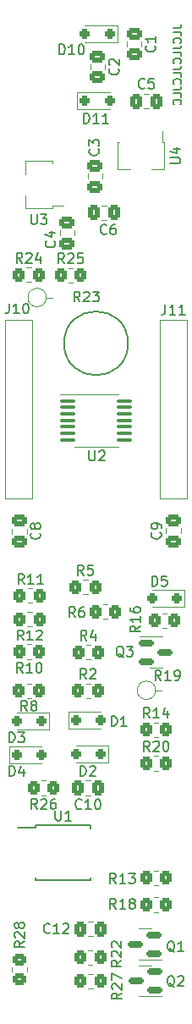
<source format=gbr>
%TF.GenerationSoftware,KiCad,Pcbnew,7.0.8*%
%TF.CreationDate,2024-02-17T17:12:52+11:00*%
%TF.ProjectId,JNTUB,4a4e5455-422e-46b6-9963-61645f706362,rev?*%
%TF.SameCoordinates,Original*%
%TF.FileFunction,Legend,Top*%
%TF.FilePolarity,Positive*%
%FSLAX46Y46*%
G04 Gerber Fmt 4.6, Leading zero omitted, Abs format (unit mm)*
G04 Created by KiCad (PCBNEW 7.0.8) date 2024-02-17 17:12:52*
%MOMM*%
%LPD*%
G01*
G04 APERTURE LIST*
G04 Aperture macros list*
%AMRoundRect*
0 Rectangle with rounded corners*
0 $1 Rounding radius*
0 $2 $3 $4 $5 $6 $7 $8 $9 X,Y pos of 4 corners*
0 Add a 4 corners polygon primitive as box body*
4,1,4,$2,$3,$4,$5,$6,$7,$8,$9,$2,$3,0*
0 Add four circle primitives for the rounded corners*
1,1,$1+$1,$2,$3*
1,1,$1+$1,$4,$5*
1,1,$1+$1,$6,$7*
1,1,$1+$1,$8,$9*
0 Add four rect primitives between the rounded corners*
20,1,$1+$1,$2,$3,$4,$5,0*
20,1,$1+$1,$4,$5,$6,$7,0*
20,1,$1+$1,$6,$7,$8,$9,0*
20,1,$1+$1,$8,$9,$2,$3,0*%
%AMFreePoly0*
4,1,9,5.362500,-0.866500,1.237500,-0.866500,1.237500,-0.450000,-1.237500,-0.450000,-1.237500,0.450000,1.237500,0.450000,1.237500,0.866500,5.362500,0.866500,5.362500,-0.866500,5.362500,-0.866500,$1*%
G04 Aperture macros list end*
%ADD10C,0.150000*%
%ADD11C,0.120000*%
%ADD12RoundRect,0.250000X-0.475000X0.337500X-0.475000X-0.337500X0.475000X-0.337500X0.475000X0.337500X0*%
%ADD13RoundRect,0.250000X-0.250000X-0.250000X0.250000X-0.250000X0.250000X0.250000X-0.250000X0.250000X0*%
%ADD14C,3.200000*%
%ADD15RoundRect,0.250000X-0.350000X-0.450000X0.350000X-0.450000X0.350000X0.450000X-0.350000X0.450000X0*%
%ADD16RoundRect,0.250000X0.350000X0.450000X-0.350000X0.450000X-0.350000X-0.450000X0.350000X-0.450000X0*%
%ADD17R,1.700000X1.700000*%
%ADD18O,1.700000X1.700000*%
%ADD19C,1.400000*%
%ADD20O,1.400000X1.400000*%
%ADD21RoundRect,0.250000X-0.337500X-0.475000X0.337500X-0.475000X0.337500X0.475000X-0.337500X0.475000X0*%
%ADD22R,0.900000X2.300000*%
%ADD23FreePoly0,270.000000*%
%ADD24RoundRect,0.250000X0.337500X0.475000X-0.337500X0.475000X-0.337500X-0.475000X0.337500X-0.475000X0*%
%ADD25R,1.700000X0.650000*%
%ADD26R,2.300000X0.900000*%
%ADD27FreePoly0,180.000000*%
%ADD28RoundRect,0.100000X-0.637500X-0.100000X0.637500X-0.100000X0.637500X0.100000X-0.637500X0.100000X0*%
%ADD29RoundRect,0.150000X0.587500X0.150000X-0.587500X0.150000X-0.587500X-0.150000X0.587500X-0.150000X0*%
%ADD30RoundRect,0.250000X0.450000X-0.350000X0.450000X0.350000X-0.450000X0.350000X-0.450000X-0.350000X0*%
%ADD31RoundRect,0.150000X-0.587500X-0.150000X0.587500X-0.150000X0.587500X0.150000X-0.587500X0.150000X0*%
%ADD32RoundRect,0.250000X0.250000X0.250000X-0.250000X0.250000X-0.250000X-0.250000X0.250000X-0.250000X0*%
%ADD33RoundRect,0.250000X0.475000X-0.337500X0.475000X0.337500X-0.475000X0.337500X-0.475000X-0.337500X0*%
%ADD34R,1.600000X1.600000*%
G04 APERTURE END LIST*
D10*
X213472295Y-59127731D02*
X214043723Y-59127731D01*
X214043723Y-59127731D02*
X214158009Y-59089636D01*
X214158009Y-59089636D02*
X214234200Y-59013445D01*
X214234200Y-59013445D02*
X214272295Y-58899160D01*
X214272295Y-58899160D02*
X214272295Y-58822969D01*
X214272295Y-59889636D02*
X214272295Y-59508684D01*
X214272295Y-59508684D02*
X213472295Y-59508684D01*
X214196104Y-60613446D02*
X214234200Y-60575350D01*
X214234200Y-60575350D02*
X214272295Y-60461065D01*
X214272295Y-60461065D02*
X214272295Y-60384874D01*
X214272295Y-60384874D02*
X214234200Y-60270588D01*
X214234200Y-60270588D02*
X214158009Y-60194398D01*
X214158009Y-60194398D02*
X214081819Y-60156303D01*
X214081819Y-60156303D02*
X213929438Y-60118207D01*
X213929438Y-60118207D02*
X213815152Y-60118207D01*
X213815152Y-60118207D02*
X213662771Y-60156303D01*
X213662771Y-60156303D02*
X213586580Y-60194398D01*
X213586580Y-60194398D02*
X213510390Y-60270588D01*
X213510390Y-60270588D02*
X213472295Y-60384874D01*
X213472295Y-60384874D02*
X213472295Y-60461065D01*
X213472295Y-60461065D02*
X213510390Y-60575350D01*
X213510390Y-60575350D02*
X213548485Y-60613446D01*
X213472295Y-61184874D02*
X214043723Y-61184874D01*
X214043723Y-61184874D02*
X214158009Y-61146779D01*
X214158009Y-61146779D02*
X214234200Y-61070588D01*
X214234200Y-61070588D02*
X214272295Y-60956303D01*
X214272295Y-60956303D02*
X214272295Y-60880112D01*
X214272295Y-61946779D02*
X214272295Y-61565827D01*
X214272295Y-61565827D02*
X213472295Y-61565827D01*
X214196104Y-62670589D02*
X214234200Y-62632493D01*
X214234200Y-62632493D02*
X214272295Y-62518208D01*
X214272295Y-62518208D02*
X214272295Y-62442017D01*
X214272295Y-62442017D02*
X214234200Y-62327731D01*
X214234200Y-62327731D02*
X214158009Y-62251541D01*
X214158009Y-62251541D02*
X214081819Y-62213446D01*
X214081819Y-62213446D02*
X213929438Y-62175350D01*
X213929438Y-62175350D02*
X213815152Y-62175350D01*
X213815152Y-62175350D02*
X213662771Y-62213446D01*
X213662771Y-62213446D02*
X213586580Y-62251541D01*
X213586580Y-62251541D02*
X213510390Y-62327731D01*
X213510390Y-62327731D02*
X213472295Y-62442017D01*
X213472295Y-62442017D02*
X213472295Y-62518208D01*
X213472295Y-62518208D02*
X213510390Y-62632493D01*
X213510390Y-62632493D02*
X213548485Y-62670589D01*
X213472295Y-63242017D02*
X214043723Y-63242017D01*
X214043723Y-63242017D02*
X214158009Y-63203922D01*
X214158009Y-63203922D02*
X214234200Y-63127731D01*
X214234200Y-63127731D02*
X214272295Y-63013446D01*
X214272295Y-63013446D02*
X214272295Y-62937255D01*
X214272295Y-64003922D02*
X214272295Y-63622970D01*
X214272295Y-63622970D02*
X213472295Y-63622970D01*
X214196104Y-64727732D02*
X214234200Y-64689636D01*
X214234200Y-64689636D02*
X214272295Y-64575351D01*
X214272295Y-64575351D02*
X214272295Y-64499160D01*
X214272295Y-64499160D02*
X214234200Y-64384874D01*
X214234200Y-64384874D02*
X214158009Y-64308684D01*
X214158009Y-64308684D02*
X214081819Y-64270589D01*
X214081819Y-64270589D02*
X213929438Y-64232493D01*
X213929438Y-64232493D02*
X213815152Y-64232493D01*
X213815152Y-64232493D02*
X213662771Y-64270589D01*
X213662771Y-64270589D02*
X213586580Y-64308684D01*
X213586580Y-64308684D02*
X213510390Y-64384874D01*
X213510390Y-64384874D02*
X213472295Y-64499160D01*
X213472295Y-64499160D02*
X213472295Y-64575351D01*
X213472295Y-64575351D02*
X213510390Y-64689636D01*
X213510390Y-64689636D02*
X213548485Y-64727732D01*
X213472295Y-65299160D02*
X214043723Y-65299160D01*
X214043723Y-65299160D02*
X214158009Y-65261065D01*
X214158009Y-65261065D02*
X214234200Y-65184874D01*
X214234200Y-65184874D02*
X214272295Y-65070589D01*
X214272295Y-65070589D02*
X214272295Y-64994398D01*
X214272295Y-66061065D02*
X214272295Y-65680113D01*
X214272295Y-65680113D02*
X213472295Y-65680113D01*
X214196104Y-66784875D02*
X214234200Y-66746779D01*
X214234200Y-66746779D02*
X214272295Y-66632494D01*
X214272295Y-66632494D02*
X214272295Y-66556303D01*
X214272295Y-66556303D02*
X214234200Y-66442017D01*
X214234200Y-66442017D02*
X214158009Y-66365827D01*
X214158009Y-66365827D02*
X214081819Y-66327732D01*
X214081819Y-66327732D02*
X213929438Y-66289636D01*
X213929438Y-66289636D02*
X213815152Y-66289636D01*
X213815152Y-66289636D02*
X213662771Y-66327732D01*
X213662771Y-66327732D02*
X213586580Y-66365827D01*
X213586580Y-66365827D02*
X213510390Y-66442017D01*
X213510390Y-66442017D02*
X213472295Y-66556303D01*
X213472295Y-66556303D02*
X213472295Y-66632494D01*
X213472295Y-66632494D02*
X213510390Y-66746779D01*
X213510390Y-66746779D02*
X213548485Y-66784875D01*
X207939580Y-63191666D02*
X207987200Y-63239285D01*
X207987200Y-63239285D02*
X208034819Y-63382142D01*
X208034819Y-63382142D02*
X208034819Y-63477380D01*
X208034819Y-63477380D02*
X207987200Y-63620237D01*
X207987200Y-63620237D02*
X207891961Y-63715475D01*
X207891961Y-63715475D02*
X207796723Y-63763094D01*
X207796723Y-63763094D02*
X207606247Y-63810713D01*
X207606247Y-63810713D02*
X207463390Y-63810713D01*
X207463390Y-63810713D02*
X207272914Y-63763094D01*
X207272914Y-63763094D02*
X207177676Y-63715475D01*
X207177676Y-63715475D02*
X207082438Y-63620237D01*
X207082438Y-63620237D02*
X207034819Y-63477380D01*
X207034819Y-63477380D02*
X207034819Y-63382142D01*
X207034819Y-63382142D02*
X207082438Y-63239285D01*
X207082438Y-63239285D02*
X207130057Y-63191666D01*
X207130057Y-62810713D02*
X207082438Y-62763094D01*
X207082438Y-62763094D02*
X207034819Y-62667856D01*
X207034819Y-62667856D02*
X207034819Y-62429761D01*
X207034819Y-62429761D02*
X207082438Y-62334523D01*
X207082438Y-62334523D02*
X207130057Y-62286904D01*
X207130057Y-62286904D02*
X207225295Y-62239285D01*
X207225295Y-62239285D02*
X207320533Y-62239285D01*
X207320533Y-62239285D02*
X207463390Y-62286904D01*
X207463390Y-62286904D02*
X208034819Y-62858332D01*
X208034819Y-62858332D02*
X208034819Y-62239285D01*
X204505714Y-68654819D02*
X204505714Y-67654819D01*
X204505714Y-67654819D02*
X204743809Y-67654819D01*
X204743809Y-67654819D02*
X204886666Y-67702438D01*
X204886666Y-67702438D02*
X204981904Y-67797676D01*
X204981904Y-67797676D02*
X205029523Y-67892914D01*
X205029523Y-67892914D02*
X205077142Y-68083390D01*
X205077142Y-68083390D02*
X205077142Y-68226247D01*
X205077142Y-68226247D02*
X205029523Y-68416723D01*
X205029523Y-68416723D02*
X204981904Y-68511961D01*
X204981904Y-68511961D02*
X204886666Y-68607200D01*
X204886666Y-68607200D02*
X204743809Y-68654819D01*
X204743809Y-68654819D02*
X204505714Y-68654819D01*
X206029523Y-68654819D02*
X205458095Y-68654819D01*
X205743809Y-68654819D02*
X205743809Y-67654819D01*
X205743809Y-67654819D02*
X205648571Y-67797676D01*
X205648571Y-67797676D02*
X205553333Y-67892914D01*
X205553333Y-67892914D02*
X205458095Y-67940533D01*
X206981904Y-68654819D02*
X206410476Y-68654819D01*
X206696190Y-68654819D02*
X206696190Y-67654819D01*
X206696190Y-67654819D02*
X206600952Y-67797676D01*
X206600952Y-67797676D02*
X206505714Y-67892914D01*
X206505714Y-67892914D02*
X206410476Y-67940533D01*
X207281905Y-128974819D02*
X207281905Y-127974819D01*
X207281905Y-127974819D02*
X207520000Y-127974819D01*
X207520000Y-127974819D02*
X207662857Y-128022438D01*
X207662857Y-128022438D02*
X207758095Y-128117676D01*
X207758095Y-128117676D02*
X207805714Y-128212914D01*
X207805714Y-128212914D02*
X207853333Y-128403390D01*
X207853333Y-128403390D02*
X207853333Y-128546247D01*
X207853333Y-128546247D02*
X207805714Y-128736723D01*
X207805714Y-128736723D02*
X207758095Y-128831961D01*
X207758095Y-128831961D02*
X207662857Y-128927200D01*
X207662857Y-128927200D02*
X207520000Y-128974819D01*
X207520000Y-128974819D02*
X207281905Y-128974819D01*
X208805714Y-128974819D02*
X208234286Y-128974819D01*
X208520000Y-128974819D02*
X208520000Y-127974819D01*
X208520000Y-127974819D02*
X208424762Y-128117676D01*
X208424762Y-128117676D02*
X208329524Y-128212914D01*
X208329524Y-128212914D02*
X208234286Y-128260533D01*
X204803333Y-120384819D02*
X204470000Y-119908628D01*
X204231905Y-120384819D02*
X204231905Y-119384819D01*
X204231905Y-119384819D02*
X204612857Y-119384819D01*
X204612857Y-119384819D02*
X204708095Y-119432438D01*
X204708095Y-119432438D02*
X204755714Y-119480057D01*
X204755714Y-119480057D02*
X204803333Y-119575295D01*
X204803333Y-119575295D02*
X204803333Y-119718152D01*
X204803333Y-119718152D02*
X204755714Y-119813390D01*
X204755714Y-119813390D02*
X204708095Y-119861009D01*
X204708095Y-119861009D02*
X204612857Y-119908628D01*
X204612857Y-119908628D02*
X204231905Y-119908628D01*
X205660476Y-119718152D02*
X205660476Y-120384819D01*
X205422381Y-119337200D02*
X205184286Y-120051485D01*
X205184286Y-120051485D02*
X205803333Y-120051485D01*
X207727142Y-144714819D02*
X207393809Y-144238628D01*
X207155714Y-144714819D02*
X207155714Y-143714819D01*
X207155714Y-143714819D02*
X207536666Y-143714819D01*
X207536666Y-143714819D02*
X207631904Y-143762438D01*
X207631904Y-143762438D02*
X207679523Y-143810057D01*
X207679523Y-143810057D02*
X207727142Y-143905295D01*
X207727142Y-143905295D02*
X207727142Y-144048152D01*
X207727142Y-144048152D02*
X207679523Y-144143390D01*
X207679523Y-144143390D02*
X207631904Y-144191009D01*
X207631904Y-144191009D02*
X207536666Y-144238628D01*
X207536666Y-144238628D02*
X207155714Y-144238628D01*
X208679523Y-144714819D02*
X208108095Y-144714819D01*
X208393809Y-144714819D02*
X208393809Y-143714819D01*
X208393809Y-143714819D02*
X208298571Y-143857676D01*
X208298571Y-143857676D02*
X208203333Y-143952914D01*
X208203333Y-143952914D02*
X208108095Y-144000533D01*
X209012857Y-143714819D02*
X209631904Y-143714819D01*
X209631904Y-143714819D02*
X209298571Y-144095771D01*
X209298571Y-144095771D02*
X209441428Y-144095771D01*
X209441428Y-144095771D02*
X209536666Y-144143390D01*
X209536666Y-144143390D02*
X209584285Y-144191009D01*
X209584285Y-144191009D02*
X209631904Y-144286247D01*
X209631904Y-144286247D02*
X209631904Y-144524342D01*
X209631904Y-144524342D02*
X209584285Y-144619580D01*
X209584285Y-144619580D02*
X209536666Y-144667200D01*
X209536666Y-144667200D02*
X209441428Y-144714819D01*
X209441428Y-144714819D02*
X209155714Y-144714819D01*
X209155714Y-144714819D02*
X209060476Y-144667200D01*
X209060476Y-144667200D02*
X209012857Y-144619580D01*
X199837142Y-137264819D02*
X199503809Y-136788628D01*
X199265714Y-137264819D02*
X199265714Y-136264819D01*
X199265714Y-136264819D02*
X199646666Y-136264819D01*
X199646666Y-136264819D02*
X199741904Y-136312438D01*
X199741904Y-136312438D02*
X199789523Y-136360057D01*
X199789523Y-136360057D02*
X199837142Y-136455295D01*
X199837142Y-136455295D02*
X199837142Y-136598152D01*
X199837142Y-136598152D02*
X199789523Y-136693390D01*
X199789523Y-136693390D02*
X199741904Y-136741009D01*
X199741904Y-136741009D02*
X199646666Y-136788628D01*
X199646666Y-136788628D02*
X199265714Y-136788628D01*
X200218095Y-136360057D02*
X200265714Y-136312438D01*
X200265714Y-136312438D02*
X200360952Y-136264819D01*
X200360952Y-136264819D02*
X200599047Y-136264819D01*
X200599047Y-136264819D02*
X200694285Y-136312438D01*
X200694285Y-136312438D02*
X200741904Y-136360057D01*
X200741904Y-136360057D02*
X200789523Y-136455295D01*
X200789523Y-136455295D02*
X200789523Y-136550533D01*
X200789523Y-136550533D02*
X200741904Y-136693390D01*
X200741904Y-136693390D02*
X200170476Y-137264819D01*
X200170476Y-137264819D02*
X200789523Y-137264819D01*
X201646666Y-136264819D02*
X201456190Y-136264819D01*
X201456190Y-136264819D02*
X201360952Y-136312438D01*
X201360952Y-136312438D02*
X201313333Y-136360057D01*
X201313333Y-136360057D02*
X201218095Y-136502914D01*
X201218095Y-136502914D02*
X201170476Y-136693390D01*
X201170476Y-136693390D02*
X201170476Y-137074342D01*
X201170476Y-137074342D02*
X201218095Y-137169580D01*
X201218095Y-137169580D02*
X201265714Y-137217200D01*
X201265714Y-137217200D02*
X201360952Y-137264819D01*
X201360952Y-137264819D02*
X201551428Y-137264819D01*
X201551428Y-137264819D02*
X201646666Y-137217200D01*
X201646666Y-137217200D02*
X201694285Y-137169580D01*
X201694285Y-137169580D02*
X201741904Y-137074342D01*
X201741904Y-137074342D02*
X201741904Y-136836247D01*
X201741904Y-136836247D02*
X201694285Y-136741009D01*
X201694285Y-136741009D02*
X201646666Y-136693390D01*
X201646666Y-136693390D02*
X201551428Y-136645771D01*
X201551428Y-136645771D02*
X201360952Y-136645771D01*
X201360952Y-136645771D02*
X201265714Y-136693390D01*
X201265714Y-136693390D02*
X201218095Y-136741009D01*
X201218095Y-136741009D02*
X201170476Y-136836247D01*
X212677476Y-86786819D02*
X212677476Y-87501104D01*
X212677476Y-87501104D02*
X212629857Y-87643961D01*
X212629857Y-87643961D02*
X212534619Y-87739200D01*
X212534619Y-87739200D02*
X212391762Y-87786819D01*
X212391762Y-87786819D02*
X212296524Y-87786819D01*
X213677476Y-87786819D02*
X213106048Y-87786819D01*
X213391762Y-87786819D02*
X213391762Y-86786819D01*
X213391762Y-86786819D02*
X213296524Y-86929676D01*
X213296524Y-86929676D02*
X213201286Y-87024914D01*
X213201286Y-87024914D02*
X213106048Y-87072533D01*
X214629857Y-87786819D02*
X214058429Y-87786819D01*
X214344143Y-87786819D02*
X214344143Y-86786819D01*
X214344143Y-86786819D02*
X214248905Y-86929676D01*
X214248905Y-86929676D02*
X214153667Y-87024914D01*
X214153667Y-87024914D02*
X214058429Y-87072533D01*
X197040476Y-86694819D02*
X197040476Y-87409104D01*
X197040476Y-87409104D02*
X196992857Y-87551961D01*
X196992857Y-87551961D02*
X196897619Y-87647200D01*
X196897619Y-87647200D02*
X196754762Y-87694819D01*
X196754762Y-87694819D02*
X196659524Y-87694819D01*
X198040476Y-87694819D02*
X197469048Y-87694819D01*
X197754762Y-87694819D02*
X197754762Y-86694819D01*
X197754762Y-86694819D02*
X197659524Y-86837676D01*
X197659524Y-86837676D02*
X197564286Y-86932914D01*
X197564286Y-86932914D02*
X197469048Y-86980533D01*
X198659524Y-86694819D02*
X198754762Y-86694819D01*
X198754762Y-86694819D02*
X198850000Y-86742438D01*
X198850000Y-86742438D02*
X198897619Y-86790057D01*
X198897619Y-86790057D02*
X198945238Y-86885295D01*
X198945238Y-86885295D02*
X198992857Y-87075771D01*
X198992857Y-87075771D02*
X198992857Y-87313866D01*
X198992857Y-87313866D02*
X198945238Y-87504342D01*
X198945238Y-87504342D02*
X198897619Y-87599580D01*
X198897619Y-87599580D02*
X198850000Y-87647200D01*
X198850000Y-87647200D02*
X198754762Y-87694819D01*
X198754762Y-87694819D02*
X198659524Y-87694819D01*
X198659524Y-87694819D02*
X198564286Y-87647200D01*
X198564286Y-87647200D02*
X198516667Y-87599580D01*
X198516667Y-87599580D02*
X198469048Y-87504342D01*
X198469048Y-87504342D02*
X198421429Y-87313866D01*
X198421429Y-87313866D02*
X198421429Y-87075771D01*
X198421429Y-87075771D02*
X198469048Y-86885295D01*
X198469048Y-86885295D02*
X198516667Y-86790057D01*
X198516667Y-86790057D02*
X198564286Y-86742438D01*
X198564286Y-86742438D02*
X198659524Y-86694819D01*
X200099580Y-109636666D02*
X200147200Y-109684285D01*
X200147200Y-109684285D02*
X200194819Y-109827142D01*
X200194819Y-109827142D02*
X200194819Y-109922380D01*
X200194819Y-109922380D02*
X200147200Y-110065237D01*
X200147200Y-110065237D02*
X200051961Y-110160475D01*
X200051961Y-110160475D02*
X199956723Y-110208094D01*
X199956723Y-110208094D02*
X199766247Y-110255713D01*
X199766247Y-110255713D02*
X199623390Y-110255713D01*
X199623390Y-110255713D02*
X199432914Y-110208094D01*
X199432914Y-110208094D02*
X199337676Y-110160475D01*
X199337676Y-110160475D02*
X199242438Y-110065237D01*
X199242438Y-110065237D02*
X199194819Y-109922380D01*
X199194819Y-109922380D02*
X199194819Y-109827142D01*
X199194819Y-109827142D02*
X199242438Y-109684285D01*
X199242438Y-109684285D02*
X199290057Y-109636666D01*
X199623390Y-109065237D02*
X199575771Y-109160475D01*
X199575771Y-109160475D02*
X199528152Y-109208094D01*
X199528152Y-109208094D02*
X199432914Y-109255713D01*
X199432914Y-109255713D02*
X199385295Y-109255713D01*
X199385295Y-109255713D02*
X199290057Y-109208094D01*
X199290057Y-109208094D02*
X199242438Y-109160475D01*
X199242438Y-109160475D02*
X199194819Y-109065237D01*
X199194819Y-109065237D02*
X199194819Y-108874761D01*
X199194819Y-108874761D02*
X199242438Y-108779523D01*
X199242438Y-108779523D02*
X199290057Y-108731904D01*
X199290057Y-108731904D02*
X199385295Y-108684285D01*
X199385295Y-108684285D02*
X199432914Y-108684285D01*
X199432914Y-108684285D02*
X199528152Y-108731904D01*
X199528152Y-108731904D02*
X199575771Y-108779523D01*
X199575771Y-108779523D02*
X199623390Y-108874761D01*
X199623390Y-108874761D02*
X199623390Y-109065237D01*
X199623390Y-109065237D02*
X199671009Y-109160475D01*
X199671009Y-109160475D02*
X199718628Y-109208094D01*
X199718628Y-109208094D02*
X199813866Y-109255713D01*
X199813866Y-109255713D02*
X200004342Y-109255713D01*
X200004342Y-109255713D02*
X200099580Y-109208094D01*
X200099580Y-109208094D02*
X200147200Y-109160475D01*
X200147200Y-109160475D02*
X200194819Y-109065237D01*
X200194819Y-109065237D02*
X200194819Y-108874761D01*
X200194819Y-108874761D02*
X200147200Y-108779523D01*
X200147200Y-108779523D02*
X200099580Y-108731904D01*
X200099580Y-108731904D02*
X200004342Y-108684285D01*
X200004342Y-108684285D02*
X199813866Y-108684285D01*
X199813866Y-108684285D02*
X199718628Y-108731904D01*
X199718628Y-108731904D02*
X199671009Y-108779523D01*
X199671009Y-108779523D02*
X199623390Y-108874761D01*
X204127142Y-86514819D02*
X203793809Y-86038628D01*
X203555714Y-86514819D02*
X203555714Y-85514819D01*
X203555714Y-85514819D02*
X203936666Y-85514819D01*
X203936666Y-85514819D02*
X204031904Y-85562438D01*
X204031904Y-85562438D02*
X204079523Y-85610057D01*
X204079523Y-85610057D02*
X204127142Y-85705295D01*
X204127142Y-85705295D02*
X204127142Y-85848152D01*
X204127142Y-85848152D02*
X204079523Y-85943390D01*
X204079523Y-85943390D02*
X204031904Y-85991009D01*
X204031904Y-85991009D02*
X203936666Y-86038628D01*
X203936666Y-86038628D02*
X203555714Y-86038628D01*
X204508095Y-85610057D02*
X204555714Y-85562438D01*
X204555714Y-85562438D02*
X204650952Y-85514819D01*
X204650952Y-85514819D02*
X204889047Y-85514819D01*
X204889047Y-85514819D02*
X204984285Y-85562438D01*
X204984285Y-85562438D02*
X205031904Y-85610057D01*
X205031904Y-85610057D02*
X205079523Y-85705295D01*
X205079523Y-85705295D02*
X205079523Y-85800533D01*
X205079523Y-85800533D02*
X205031904Y-85943390D01*
X205031904Y-85943390D02*
X204460476Y-86514819D01*
X204460476Y-86514819D02*
X205079523Y-86514819D01*
X205412857Y-85514819D02*
X206031904Y-85514819D01*
X206031904Y-85514819D02*
X205698571Y-85895771D01*
X205698571Y-85895771D02*
X205841428Y-85895771D01*
X205841428Y-85895771D02*
X205936666Y-85943390D01*
X205936666Y-85943390D02*
X205984285Y-85991009D01*
X205984285Y-85991009D02*
X206031904Y-86086247D01*
X206031904Y-86086247D02*
X206031904Y-86324342D01*
X206031904Y-86324342D02*
X205984285Y-86419580D01*
X205984285Y-86419580D02*
X205936666Y-86467200D01*
X205936666Y-86467200D02*
X205841428Y-86514819D01*
X205841428Y-86514819D02*
X205555714Y-86514819D01*
X205555714Y-86514819D02*
X205460476Y-86467200D01*
X205460476Y-86467200D02*
X205412857Y-86419580D01*
X202557142Y-82679819D02*
X202223809Y-82203628D01*
X201985714Y-82679819D02*
X201985714Y-81679819D01*
X201985714Y-81679819D02*
X202366666Y-81679819D01*
X202366666Y-81679819D02*
X202461904Y-81727438D01*
X202461904Y-81727438D02*
X202509523Y-81775057D01*
X202509523Y-81775057D02*
X202557142Y-81870295D01*
X202557142Y-81870295D02*
X202557142Y-82013152D01*
X202557142Y-82013152D02*
X202509523Y-82108390D01*
X202509523Y-82108390D02*
X202461904Y-82156009D01*
X202461904Y-82156009D02*
X202366666Y-82203628D01*
X202366666Y-82203628D02*
X201985714Y-82203628D01*
X202938095Y-81775057D02*
X202985714Y-81727438D01*
X202985714Y-81727438D02*
X203080952Y-81679819D01*
X203080952Y-81679819D02*
X203319047Y-81679819D01*
X203319047Y-81679819D02*
X203414285Y-81727438D01*
X203414285Y-81727438D02*
X203461904Y-81775057D01*
X203461904Y-81775057D02*
X203509523Y-81870295D01*
X203509523Y-81870295D02*
X203509523Y-81965533D01*
X203509523Y-81965533D02*
X203461904Y-82108390D01*
X203461904Y-82108390D02*
X202890476Y-82679819D01*
X202890476Y-82679819D02*
X203509523Y-82679819D01*
X204414285Y-81679819D02*
X203938095Y-81679819D01*
X203938095Y-81679819D02*
X203890476Y-82156009D01*
X203890476Y-82156009D02*
X203938095Y-82108390D01*
X203938095Y-82108390D02*
X204033333Y-82060771D01*
X204033333Y-82060771D02*
X204271428Y-82060771D01*
X204271428Y-82060771D02*
X204366666Y-82108390D01*
X204366666Y-82108390D02*
X204414285Y-82156009D01*
X204414285Y-82156009D02*
X204461904Y-82251247D01*
X204461904Y-82251247D02*
X204461904Y-82489342D01*
X204461904Y-82489342D02*
X204414285Y-82584580D01*
X204414285Y-82584580D02*
X204366666Y-82632200D01*
X204366666Y-82632200D02*
X204271428Y-82679819D01*
X204271428Y-82679819D02*
X204033333Y-82679819D01*
X204033333Y-82679819D02*
X203938095Y-82632200D01*
X203938095Y-82632200D02*
X203890476Y-82584580D01*
X197061905Y-133964819D02*
X197061905Y-132964819D01*
X197061905Y-132964819D02*
X197300000Y-132964819D01*
X197300000Y-132964819D02*
X197442857Y-133012438D01*
X197442857Y-133012438D02*
X197538095Y-133107676D01*
X197538095Y-133107676D02*
X197585714Y-133202914D01*
X197585714Y-133202914D02*
X197633333Y-133393390D01*
X197633333Y-133393390D02*
X197633333Y-133536247D01*
X197633333Y-133536247D02*
X197585714Y-133726723D01*
X197585714Y-133726723D02*
X197538095Y-133821961D01*
X197538095Y-133821961D02*
X197442857Y-133917200D01*
X197442857Y-133917200D02*
X197300000Y-133964819D01*
X197300000Y-133964819D02*
X197061905Y-133964819D01*
X198490476Y-133298152D02*
X198490476Y-133964819D01*
X198252381Y-132917200D02*
X198014286Y-133631485D01*
X198014286Y-133631485D02*
X198633333Y-133631485D01*
X206783333Y-79679580D02*
X206735714Y-79727200D01*
X206735714Y-79727200D02*
X206592857Y-79774819D01*
X206592857Y-79774819D02*
X206497619Y-79774819D01*
X206497619Y-79774819D02*
X206354762Y-79727200D01*
X206354762Y-79727200D02*
X206259524Y-79631961D01*
X206259524Y-79631961D02*
X206211905Y-79536723D01*
X206211905Y-79536723D02*
X206164286Y-79346247D01*
X206164286Y-79346247D02*
X206164286Y-79203390D01*
X206164286Y-79203390D02*
X206211905Y-79012914D01*
X206211905Y-79012914D02*
X206259524Y-78917676D01*
X206259524Y-78917676D02*
X206354762Y-78822438D01*
X206354762Y-78822438D02*
X206497619Y-78774819D01*
X206497619Y-78774819D02*
X206592857Y-78774819D01*
X206592857Y-78774819D02*
X206735714Y-78822438D01*
X206735714Y-78822438D02*
X206783333Y-78870057D01*
X207640476Y-78774819D02*
X207450000Y-78774819D01*
X207450000Y-78774819D02*
X207354762Y-78822438D01*
X207354762Y-78822438D02*
X207307143Y-78870057D01*
X207307143Y-78870057D02*
X207211905Y-79012914D01*
X207211905Y-79012914D02*
X207164286Y-79203390D01*
X207164286Y-79203390D02*
X207164286Y-79584342D01*
X207164286Y-79584342D02*
X207211905Y-79679580D01*
X207211905Y-79679580D02*
X207259524Y-79727200D01*
X207259524Y-79727200D02*
X207354762Y-79774819D01*
X207354762Y-79774819D02*
X207545238Y-79774819D01*
X207545238Y-79774819D02*
X207640476Y-79727200D01*
X207640476Y-79727200D02*
X207688095Y-79679580D01*
X207688095Y-79679580D02*
X207735714Y-79584342D01*
X207735714Y-79584342D02*
X207735714Y-79346247D01*
X207735714Y-79346247D02*
X207688095Y-79251009D01*
X207688095Y-79251009D02*
X207640476Y-79203390D01*
X207640476Y-79203390D02*
X207545238Y-79155771D01*
X207545238Y-79155771D02*
X207354762Y-79155771D01*
X207354762Y-79155771D02*
X207259524Y-79203390D01*
X207259524Y-79203390D02*
X207211905Y-79251009D01*
X207211905Y-79251009D02*
X207164286Y-79346247D01*
X198357142Y-82629819D02*
X198023809Y-82153628D01*
X197785714Y-82629819D02*
X197785714Y-81629819D01*
X197785714Y-81629819D02*
X198166666Y-81629819D01*
X198166666Y-81629819D02*
X198261904Y-81677438D01*
X198261904Y-81677438D02*
X198309523Y-81725057D01*
X198309523Y-81725057D02*
X198357142Y-81820295D01*
X198357142Y-81820295D02*
X198357142Y-81963152D01*
X198357142Y-81963152D02*
X198309523Y-82058390D01*
X198309523Y-82058390D02*
X198261904Y-82106009D01*
X198261904Y-82106009D02*
X198166666Y-82153628D01*
X198166666Y-82153628D02*
X197785714Y-82153628D01*
X198738095Y-81725057D02*
X198785714Y-81677438D01*
X198785714Y-81677438D02*
X198880952Y-81629819D01*
X198880952Y-81629819D02*
X199119047Y-81629819D01*
X199119047Y-81629819D02*
X199214285Y-81677438D01*
X199214285Y-81677438D02*
X199261904Y-81725057D01*
X199261904Y-81725057D02*
X199309523Y-81820295D01*
X199309523Y-81820295D02*
X199309523Y-81915533D01*
X199309523Y-81915533D02*
X199261904Y-82058390D01*
X199261904Y-82058390D02*
X198690476Y-82629819D01*
X198690476Y-82629819D02*
X199309523Y-82629819D01*
X200166666Y-81963152D02*
X200166666Y-82629819D01*
X199928571Y-81582200D02*
X199690476Y-82296485D01*
X199690476Y-82296485D02*
X200309523Y-82296485D01*
X213179819Y-72686904D02*
X213989342Y-72686904D01*
X213989342Y-72686904D02*
X214084580Y-72639285D01*
X214084580Y-72639285D02*
X214132200Y-72591666D01*
X214132200Y-72591666D02*
X214179819Y-72496428D01*
X214179819Y-72496428D02*
X214179819Y-72305952D01*
X214179819Y-72305952D02*
X214132200Y-72210714D01*
X214132200Y-72210714D02*
X214084580Y-72163095D01*
X214084580Y-72163095D02*
X213989342Y-72115476D01*
X213989342Y-72115476D02*
X213179819Y-72115476D01*
X213513152Y-71210714D02*
X214179819Y-71210714D01*
X213132200Y-71448809D02*
X213846485Y-71686904D01*
X213846485Y-71686904D02*
X213846485Y-71067857D01*
X211589580Y-60916666D02*
X211637200Y-60964285D01*
X211637200Y-60964285D02*
X211684819Y-61107142D01*
X211684819Y-61107142D02*
X211684819Y-61202380D01*
X211684819Y-61202380D02*
X211637200Y-61345237D01*
X211637200Y-61345237D02*
X211541961Y-61440475D01*
X211541961Y-61440475D02*
X211446723Y-61488094D01*
X211446723Y-61488094D02*
X211256247Y-61535713D01*
X211256247Y-61535713D02*
X211113390Y-61535713D01*
X211113390Y-61535713D02*
X210922914Y-61488094D01*
X210922914Y-61488094D02*
X210827676Y-61440475D01*
X210827676Y-61440475D02*
X210732438Y-61345237D01*
X210732438Y-61345237D02*
X210684819Y-61202380D01*
X210684819Y-61202380D02*
X210684819Y-61107142D01*
X210684819Y-61107142D02*
X210732438Y-60964285D01*
X210732438Y-60964285D02*
X210780057Y-60916666D01*
X211684819Y-59964285D02*
X211684819Y-60535713D01*
X211684819Y-60249999D02*
X210684819Y-60249999D01*
X210684819Y-60249999D02*
X210827676Y-60345237D01*
X210827676Y-60345237D02*
X210922914Y-60440475D01*
X210922914Y-60440475D02*
X210970533Y-60535713D01*
X204297142Y-137189580D02*
X204249523Y-137237200D01*
X204249523Y-137237200D02*
X204106666Y-137284819D01*
X204106666Y-137284819D02*
X204011428Y-137284819D01*
X204011428Y-137284819D02*
X203868571Y-137237200D01*
X203868571Y-137237200D02*
X203773333Y-137141961D01*
X203773333Y-137141961D02*
X203725714Y-137046723D01*
X203725714Y-137046723D02*
X203678095Y-136856247D01*
X203678095Y-136856247D02*
X203678095Y-136713390D01*
X203678095Y-136713390D02*
X203725714Y-136522914D01*
X203725714Y-136522914D02*
X203773333Y-136427676D01*
X203773333Y-136427676D02*
X203868571Y-136332438D01*
X203868571Y-136332438D02*
X204011428Y-136284819D01*
X204011428Y-136284819D02*
X204106666Y-136284819D01*
X204106666Y-136284819D02*
X204249523Y-136332438D01*
X204249523Y-136332438D02*
X204297142Y-136380057D01*
X205249523Y-137284819D02*
X204678095Y-137284819D01*
X204963809Y-137284819D02*
X204963809Y-136284819D01*
X204963809Y-136284819D02*
X204868571Y-136427676D01*
X204868571Y-136427676D02*
X204773333Y-136522914D01*
X204773333Y-136522914D02*
X204678095Y-136570533D01*
X205868571Y-136284819D02*
X205963809Y-136284819D01*
X205963809Y-136284819D02*
X206059047Y-136332438D01*
X206059047Y-136332438D02*
X206106666Y-136380057D01*
X206106666Y-136380057D02*
X206154285Y-136475295D01*
X206154285Y-136475295D02*
X206201904Y-136665771D01*
X206201904Y-136665771D02*
X206201904Y-136903866D01*
X206201904Y-136903866D02*
X206154285Y-137094342D01*
X206154285Y-137094342D02*
X206106666Y-137189580D01*
X206106666Y-137189580D02*
X206059047Y-137237200D01*
X206059047Y-137237200D02*
X205963809Y-137284819D01*
X205963809Y-137284819D02*
X205868571Y-137284819D01*
X205868571Y-137284819D02*
X205773333Y-137237200D01*
X205773333Y-137237200D02*
X205725714Y-137189580D01*
X205725714Y-137189580D02*
X205678095Y-137094342D01*
X205678095Y-137094342D02*
X205630476Y-136903866D01*
X205630476Y-136903866D02*
X205630476Y-136665771D01*
X205630476Y-136665771D02*
X205678095Y-136475295D01*
X205678095Y-136475295D02*
X205725714Y-136380057D01*
X205725714Y-136380057D02*
X205773333Y-136332438D01*
X205773333Y-136332438D02*
X205868571Y-136284819D01*
X204783333Y-124254819D02*
X204450000Y-123778628D01*
X204211905Y-124254819D02*
X204211905Y-123254819D01*
X204211905Y-123254819D02*
X204592857Y-123254819D01*
X204592857Y-123254819D02*
X204688095Y-123302438D01*
X204688095Y-123302438D02*
X204735714Y-123350057D01*
X204735714Y-123350057D02*
X204783333Y-123445295D01*
X204783333Y-123445295D02*
X204783333Y-123588152D01*
X204783333Y-123588152D02*
X204735714Y-123683390D01*
X204735714Y-123683390D02*
X204688095Y-123731009D01*
X204688095Y-123731009D02*
X204592857Y-123778628D01*
X204592857Y-123778628D02*
X204211905Y-123778628D01*
X205164286Y-123350057D02*
X205211905Y-123302438D01*
X205211905Y-123302438D02*
X205307143Y-123254819D01*
X205307143Y-123254819D02*
X205545238Y-123254819D01*
X205545238Y-123254819D02*
X205640476Y-123302438D01*
X205640476Y-123302438D02*
X205688095Y-123350057D01*
X205688095Y-123350057D02*
X205735714Y-123445295D01*
X205735714Y-123445295D02*
X205735714Y-123540533D01*
X205735714Y-123540533D02*
X205688095Y-123683390D01*
X205688095Y-123683390D02*
X205116667Y-124254819D01*
X205116667Y-124254819D02*
X205735714Y-124254819D01*
X201668095Y-137424819D02*
X201668095Y-138234342D01*
X201668095Y-138234342D02*
X201715714Y-138329580D01*
X201715714Y-138329580D02*
X201763333Y-138377200D01*
X201763333Y-138377200D02*
X201858571Y-138424819D01*
X201858571Y-138424819D02*
X202049047Y-138424819D01*
X202049047Y-138424819D02*
X202144285Y-138377200D01*
X202144285Y-138377200D02*
X202191904Y-138329580D01*
X202191904Y-138329580D02*
X202239523Y-138234342D01*
X202239523Y-138234342D02*
X202239523Y-137424819D01*
X203239523Y-138424819D02*
X202668095Y-138424819D01*
X202953809Y-138424819D02*
X202953809Y-137424819D01*
X202953809Y-137424819D02*
X202858571Y-137567676D01*
X202858571Y-137567676D02*
X202763333Y-137662914D01*
X202763333Y-137662914D02*
X202668095Y-137710533D01*
X199238095Y-77754819D02*
X199238095Y-78564342D01*
X199238095Y-78564342D02*
X199285714Y-78659580D01*
X199285714Y-78659580D02*
X199333333Y-78707200D01*
X199333333Y-78707200D02*
X199428571Y-78754819D01*
X199428571Y-78754819D02*
X199619047Y-78754819D01*
X199619047Y-78754819D02*
X199714285Y-78707200D01*
X199714285Y-78707200D02*
X199761904Y-78659580D01*
X199761904Y-78659580D02*
X199809523Y-78564342D01*
X199809523Y-78564342D02*
X199809523Y-77754819D01*
X200190476Y-77754819D02*
X200809523Y-77754819D01*
X200809523Y-77754819D02*
X200476190Y-78135771D01*
X200476190Y-78135771D02*
X200619047Y-78135771D01*
X200619047Y-78135771D02*
X200714285Y-78183390D01*
X200714285Y-78183390D02*
X200761904Y-78231009D01*
X200761904Y-78231009D02*
X200809523Y-78326247D01*
X200809523Y-78326247D02*
X200809523Y-78564342D01*
X200809523Y-78564342D02*
X200761904Y-78659580D01*
X200761904Y-78659580D02*
X200714285Y-78707200D01*
X200714285Y-78707200D02*
X200619047Y-78754819D01*
X200619047Y-78754819D02*
X200333333Y-78754819D01*
X200333333Y-78754819D02*
X200238095Y-78707200D01*
X200238095Y-78707200D02*
X200190476Y-78659580D01*
X205048095Y-101414819D02*
X205048095Y-102224342D01*
X205048095Y-102224342D02*
X205095714Y-102319580D01*
X205095714Y-102319580D02*
X205143333Y-102367200D01*
X205143333Y-102367200D02*
X205238571Y-102414819D01*
X205238571Y-102414819D02*
X205429047Y-102414819D01*
X205429047Y-102414819D02*
X205524285Y-102367200D01*
X205524285Y-102367200D02*
X205571904Y-102319580D01*
X205571904Y-102319580D02*
X205619523Y-102224342D01*
X205619523Y-102224342D02*
X205619523Y-101414819D01*
X206048095Y-101510057D02*
X206095714Y-101462438D01*
X206095714Y-101462438D02*
X206190952Y-101414819D01*
X206190952Y-101414819D02*
X206429047Y-101414819D01*
X206429047Y-101414819D02*
X206524285Y-101462438D01*
X206524285Y-101462438D02*
X206571904Y-101510057D01*
X206571904Y-101510057D02*
X206619523Y-101605295D01*
X206619523Y-101605295D02*
X206619523Y-101700533D01*
X206619523Y-101700533D02*
X206571904Y-101843390D01*
X206571904Y-101843390D02*
X206000476Y-102414819D01*
X206000476Y-102414819D02*
X206619523Y-102414819D01*
X207727142Y-147244819D02*
X207393809Y-146768628D01*
X207155714Y-147244819D02*
X207155714Y-146244819D01*
X207155714Y-146244819D02*
X207536666Y-146244819D01*
X207536666Y-146244819D02*
X207631904Y-146292438D01*
X207631904Y-146292438D02*
X207679523Y-146340057D01*
X207679523Y-146340057D02*
X207727142Y-146435295D01*
X207727142Y-146435295D02*
X207727142Y-146578152D01*
X207727142Y-146578152D02*
X207679523Y-146673390D01*
X207679523Y-146673390D02*
X207631904Y-146721009D01*
X207631904Y-146721009D02*
X207536666Y-146768628D01*
X207536666Y-146768628D02*
X207155714Y-146768628D01*
X208679523Y-147244819D02*
X208108095Y-147244819D01*
X208393809Y-147244819D02*
X208393809Y-146244819D01*
X208393809Y-146244819D02*
X208298571Y-146387676D01*
X208298571Y-146387676D02*
X208203333Y-146482914D01*
X208203333Y-146482914D02*
X208108095Y-146530533D01*
X209250952Y-146673390D02*
X209155714Y-146625771D01*
X209155714Y-146625771D02*
X209108095Y-146578152D01*
X209108095Y-146578152D02*
X209060476Y-146482914D01*
X209060476Y-146482914D02*
X209060476Y-146435295D01*
X209060476Y-146435295D02*
X209108095Y-146340057D01*
X209108095Y-146340057D02*
X209155714Y-146292438D01*
X209155714Y-146292438D02*
X209250952Y-146244819D01*
X209250952Y-146244819D02*
X209441428Y-146244819D01*
X209441428Y-146244819D02*
X209536666Y-146292438D01*
X209536666Y-146292438D02*
X209584285Y-146340057D01*
X209584285Y-146340057D02*
X209631904Y-146435295D01*
X209631904Y-146435295D02*
X209631904Y-146482914D01*
X209631904Y-146482914D02*
X209584285Y-146578152D01*
X209584285Y-146578152D02*
X209536666Y-146625771D01*
X209536666Y-146625771D02*
X209441428Y-146673390D01*
X209441428Y-146673390D02*
X209250952Y-146673390D01*
X209250952Y-146673390D02*
X209155714Y-146721009D01*
X209155714Y-146721009D02*
X209108095Y-146768628D01*
X209108095Y-146768628D02*
X209060476Y-146863866D01*
X209060476Y-146863866D02*
X209060476Y-147054342D01*
X209060476Y-147054342D02*
X209108095Y-147149580D01*
X209108095Y-147149580D02*
X209155714Y-147197200D01*
X209155714Y-147197200D02*
X209250952Y-147244819D01*
X209250952Y-147244819D02*
X209441428Y-147244819D01*
X209441428Y-147244819D02*
X209536666Y-147197200D01*
X209536666Y-147197200D02*
X209584285Y-147149580D01*
X209584285Y-147149580D02*
X209631904Y-147054342D01*
X209631904Y-147054342D02*
X209631904Y-146863866D01*
X209631904Y-146863866D02*
X209584285Y-146768628D01*
X209584285Y-146768628D02*
X209536666Y-146721009D01*
X209536666Y-146721009D02*
X209441428Y-146673390D01*
X213604761Y-151580057D02*
X213509523Y-151532438D01*
X213509523Y-151532438D02*
X213414285Y-151437200D01*
X213414285Y-151437200D02*
X213271428Y-151294342D01*
X213271428Y-151294342D02*
X213176190Y-151246723D01*
X213176190Y-151246723D02*
X213080952Y-151246723D01*
X213128571Y-151484819D02*
X213033333Y-151437200D01*
X213033333Y-151437200D02*
X212938095Y-151341961D01*
X212938095Y-151341961D02*
X212890476Y-151151485D01*
X212890476Y-151151485D02*
X212890476Y-150818152D01*
X212890476Y-150818152D02*
X212938095Y-150627676D01*
X212938095Y-150627676D02*
X213033333Y-150532438D01*
X213033333Y-150532438D02*
X213128571Y-150484819D01*
X213128571Y-150484819D02*
X213319047Y-150484819D01*
X213319047Y-150484819D02*
X213414285Y-150532438D01*
X213414285Y-150532438D02*
X213509523Y-150627676D01*
X213509523Y-150627676D02*
X213557142Y-150818152D01*
X213557142Y-150818152D02*
X213557142Y-151151485D01*
X213557142Y-151151485D02*
X213509523Y-151341961D01*
X213509523Y-151341961D02*
X213414285Y-151437200D01*
X213414285Y-151437200D02*
X213319047Y-151484819D01*
X213319047Y-151484819D02*
X213128571Y-151484819D01*
X214509523Y-151484819D02*
X213938095Y-151484819D01*
X214223809Y-151484819D02*
X214223809Y-150484819D01*
X214223809Y-150484819D02*
X214128571Y-150627676D01*
X214128571Y-150627676D02*
X214033333Y-150722914D01*
X214033333Y-150722914D02*
X213938095Y-150770533D01*
X213604761Y-155080057D02*
X213509523Y-155032438D01*
X213509523Y-155032438D02*
X213414285Y-154937200D01*
X213414285Y-154937200D02*
X213271428Y-154794342D01*
X213271428Y-154794342D02*
X213176190Y-154746723D01*
X213176190Y-154746723D02*
X213080952Y-154746723D01*
X213128571Y-154984819D02*
X213033333Y-154937200D01*
X213033333Y-154937200D02*
X212938095Y-154841961D01*
X212938095Y-154841961D02*
X212890476Y-154651485D01*
X212890476Y-154651485D02*
X212890476Y-154318152D01*
X212890476Y-154318152D02*
X212938095Y-154127676D01*
X212938095Y-154127676D02*
X213033333Y-154032438D01*
X213033333Y-154032438D02*
X213128571Y-153984819D01*
X213128571Y-153984819D02*
X213319047Y-153984819D01*
X213319047Y-153984819D02*
X213414285Y-154032438D01*
X213414285Y-154032438D02*
X213509523Y-154127676D01*
X213509523Y-154127676D02*
X213557142Y-154318152D01*
X213557142Y-154318152D02*
X213557142Y-154651485D01*
X213557142Y-154651485D02*
X213509523Y-154841961D01*
X213509523Y-154841961D02*
X213414285Y-154937200D01*
X213414285Y-154937200D02*
X213319047Y-154984819D01*
X213319047Y-154984819D02*
X213128571Y-154984819D01*
X213938095Y-154080057D02*
X213985714Y-154032438D01*
X213985714Y-154032438D02*
X214080952Y-153984819D01*
X214080952Y-153984819D02*
X214319047Y-153984819D01*
X214319047Y-153984819D02*
X214414285Y-154032438D01*
X214414285Y-154032438D02*
X214461904Y-154080057D01*
X214461904Y-154080057D02*
X214509523Y-154175295D01*
X214509523Y-154175295D02*
X214509523Y-154270533D01*
X214509523Y-154270533D02*
X214461904Y-154413390D01*
X214461904Y-154413390D02*
X213890476Y-154984819D01*
X213890476Y-154984819D02*
X214509523Y-154984819D01*
X198584819Y-150522857D02*
X198108628Y-150856190D01*
X198584819Y-151094285D02*
X197584819Y-151094285D01*
X197584819Y-151094285D02*
X197584819Y-150713333D01*
X197584819Y-150713333D02*
X197632438Y-150618095D01*
X197632438Y-150618095D02*
X197680057Y-150570476D01*
X197680057Y-150570476D02*
X197775295Y-150522857D01*
X197775295Y-150522857D02*
X197918152Y-150522857D01*
X197918152Y-150522857D02*
X198013390Y-150570476D01*
X198013390Y-150570476D02*
X198061009Y-150618095D01*
X198061009Y-150618095D02*
X198108628Y-150713333D01*
X198108628Y-150713333D02*
X198108628Y-151094285D01*
X197680057Y-150141904D02*
X197632438Y-150094285D01*
X197632438Y-150094285D02*
X197584819Y-149999047D01*
X197584819Y-149999047D02*
X197584819Y-149760952D01*
X197584819Y-149760952D02*
X197632438Y-149665714D01*
X197632438Y-149665714D02*
X197680057Y-149618095D01*
X197680057Y-149618095D02*
X197775295Y-149570476D01*
X197775295Y-149570476D02*
X197870533Y-149570476D01*
X197870533Y-149570476D02*
X198013390Y-149618095D01*
X198013390Y-149618095D02*
X198584819Y-150189523D01*
X198584819Y-150189523D02*
X198584819Y-149570476D01*
X198013390Y-148999047D02*
X197965771Y-149094285D01*
X197965771Y-149094285D02*
X197918152Y-149141904D01*
X197918152Y-149141904D02*
X197822914Y-149189523D01*
X197822914Y-149189523D02*
X197775295Y-149189523D01*
X197775295Y-149189523D02*
X197680057Y-149141904D01*
X197680057Y-149141904D02*
X197632438Y-149094285D01*
X197632438Y-149094285D02*
X197584819Y-148999047D01*
X197584819Y-148999047D02*
X197584819Y-148808571D01*
X197584819Y-148808571D02*
X197632438Y-148713333D01*
X197632438Y-148713333D02*
X197680057Y-148665714D01*
X197680057Y-148665714D02*
X197775295Y-148618095D01*
X197775295Y-148618095D02*
X197822914Y-148618095D01*
X197822914Y-148618095D02*
X197918152Y-148665714D01*
X197918152Y-148665714D02*
X197965771Y-148713333D01*
X197965771Y-148713333D02*
X198013390Y-148808571D01*
X198013390Y-148808571D02*
X198013390Y-148999047D01*
X198013390Y-148999047D02*
X198061009Y-149094285D01*
X198061009Y-149094285D02*
X198108628Y-149141904D01*
X198108628Y-149141904D02*
X198203866Y-149189523D01*
X198203866Y-149189523D02*
X198394342Y-149189523D01*
X198394342Y-149189523D02*
X198489580Y-149141904D01*
X198489580Y-149141904D02*
X198537200Y-149094285D01*
X198537200Y-149094285D02*
X198584819Y-148999047D01*
X198584819Y-148999047D02*
X198584819Y-148808571D01*
X198584819Y-148808571D02*
X198537200Y-148713333D01*
X198537200Y-148713333D02*
X198489580Y-148665714D01*
X198489580Y-148665714D02*
X198394342Y-148618095D01*
X198394342Y-148618095D02*
X198203866Y-148618095D01*
X198203866Y-148618095D02*
X198108628Y-148665714D01*
X198108628Y-148665714D02*
X198061009Y-148713333D01*
X198061009Y-148713333D02*
X198013390Y-148808571D01*
X208314819Y-155692857D02*
X207838628Y-156026190D01*
X208314819Y-156264285D02*
X207314819Y-156264285D01*
X207314819Y-156264285D02*
X207314819Y-155883333D01*
X207314819Y-155883333D02*
X207362438Y-155788095D01*
X207362438Y-155788095D02*
X207410057Y-155740476D01*
X207410057Y-155740476D02*
X207505295Y-155692857D01*
X207505295Y-155692857D02*
X207648152Y-155692857D01*
X207648152Y-155692857D02*
X207743390Y-155740476D01*
X207743390Y-155740476D02*
X207791009Y-155788095D01*
X207791009Y-155788095D02*
X207838628Y-155883333D01*
X207838628Y-155883333D02*
X207838628Y-156264285D01*
X207410057Y-155311904D02*
X207362438Y-155264285D01*
X207362438Y-155264285D02*
X207314819Y-155169047D01*
X207314819Y-155169047D02*
X207314819Y-154930952D01*
X207314819Y-154930952D02*
X207362438Y-154835714D01*
X207362438Y-154835714D02*
X207410057Y-154788095D01*
X207410057Y-154788095D02*
X207505295Y-154740476D01*
X207505295Y-154740476D02*
X207600533Y-154740476D01*
X207600533Y-154740476D02*
X207743390Y-154788095D01*
X207743390Y-154788095D02*
X208314819Y-155359523D01*
X208314819Y-155359523D02*
X208314819Y-154740476D01*
X207314819Y-154407142D02*
X207314819Y-153740476D01*
X207314819Y-153740476D02*
X208314819Y-154169047D01*
X208264819Y-152422857D02*
X207788628Y-152756190D01*
X208264819Y-152994285D02*
X207264819Y-152994285D01*
X207264819Y-152994285D02*
X207264819Y-152613333D01*
X207264819Y-152613333D02*
X207312438Y-152518095D01*
X207312438Y-152518095D02*
X207360057Y-152470476D01*
X207360057Y-152470476D02*
X207455295Y-152422857D01*
X207455295Y-152422857D02*
X207598152Y-152422857D01*
X207598152Y-152422857D02*
X207693390Y-152470476D01*
X207693390Y-152470476D02*
X207741009Y-152518095D01*
X207741009Y-152518095D02*
X207788628Y-152613333D01*
X207788628Y-152613333D02*
X207788628Y-152994285D01*
X207360057Y-152041904D02*
X207312438Y-151994285D01*
X207312438Y-151994285D02*
X207264819Y-151899047D01*
X207264819Y-151899047D02*
X207264819Y-151660952D01*
X207264819Y-151660952D02*
X207312438Y-151565714D01*
X207312438Y-151565714D02*
X207360057Y-151518095D01*
X207360057Y-151518095D02*
X207455295Y-151470476D01*
X207455295Y-151470476D02*
X207550533Y-151470476D01*
X207550533Y-151470476D02*
X207693390Y-151518095D01*
X207693390Y-151518095D02*
X208264819Y-152089523D01*
X208264819Y-152089523D02*
X208264819Y-151470476D01*
X207360057Y-151089523D02*
X207312438Y-151041904D01*
X207312438Y-151041904D02*
X207264819Y-150946666D01*
X207264819Y-150946666D02*
X207264819Y-150708571D01*
X207264819Y-150708571D02*
X207312438Y-150613333D01*
X207312438Y-150613333D02*
X207360057Y-150565714D01*
X207360057Y-150565714D02*
X207455295Y-150518095D01*
X207455295Y-150518095D02*
X207550533Y-150518095D01*
X207550533Y-150518095D02*
X207693390Y-150565714D01*
X207693390Y-150565714D02*
X208264819Y-151137142D01*
X208264819Y-151137142D02*
X208264819Y-150518095D01*
X211097142Y-131494819D02*
X210763809Y-131018628D01*
X210525714Y-131494819D02*
X210525714Y-130494819D01*
X210525714Y-130494819D02*
X210906666Y-130494819D01*
X210906666Y-130494819D02*
X211001904Y-130542438D01*
X211001904Y-130542438D02*
X211049523Y-130590057D01*
X211049523Y-130590057D02*
X211097142Y-130685295D01*
X211097142Y-130685295D02*
X211097142Y-130828152D01*
X211097142Y-130828152D02*
X211049523Y-130923390D01*
X211049523Y-130923390D02*
X211001904Y-130971009D01*
X211001904Y-130971009D02*
X210906666Y-131018628D01*
X210906666Y-131018628D02*
X210525714Y-131018628D01*
X211478095Y-130590057D02*
X211525714Y-130542438D01*
X211525714Y-130542438D02*
X211620952Y-130494819D01*
X211620952Y-130494819D02*
X211859047Y-130494819D01*
X211859047Y-130494819D02*
X211954285Y-130542438D01*
X211954285Y-130542438D02*
X212001904Y-130590057D01*
X212001904Y-130590057D02*
X212049523Y-130685295D01*
X212049523Y-130685295D02*
X212049523Y-130780533D01*
X212049523Y-130780533D02*
X212001904Y-130923390D01*
X212001904Y-130923390D02*
X211430476Y-131494819D01*
X211430476Y-131494819D02*
X212049523Y-131494819D01*
X212668571Y-130494819D02*
X212763809Y-130494819D01*
X212763809Y-130494819D02*
X212859047Y-130542438D01*
X212859047Y-130542438D02*
X212906666Y-130590057D01*
X212906666Y-130590057D02*
X212954285Y-130685295D01*
X212954285Y-130685295D02*
X213001904Y-130875771D01*
X213001904Y-130875771D02*
X213001904Y-131113866D01*
X213001904Y-131113866D02*
X212954285Y-131304342D01*
X212954285Y-131304342D02*
X212906666Y-131399580D01*
X212906666Y-131399580D02*
X212859047Y-131447200D01*
X212859047Y-131447200D02*
X212763809Y-131494819D01*
X212763809Y-131494819D02*
X212668571Y-131494819D01*
X212668571Y-131494819D02*
X212573333Y-131447200D01*
X212573333Y-131447200D02*
X212525714Y-131399580D01*
X212525714Y-131399580D02*
X212478095Y-131304342D01*
X212478095Y-131304342D02*
X212430476Y-131113866D01*
X212430476Y-131113866D02*
X212430476Y-130875771D01*
X212430476Y-130875771D02*
X212478095Y-130685295D01*
X212478095Y-130685295D02*
X212525714Y-130590057D01*
X212525714Y-130590057D02*
X212573333Y-130542438D01*
X212573333Y-130542438D02*
X212668571Y-130494819D01*
X212247142Y-124384819D02*
X211913809Y-123908628D01*
X211675714Y-124384819D02*
X211675714Y-123384819D01*
X211675714Y-123384819D02*
X212056666Y-123384819D01*
X212056666Y-123384819D02*
X212151904Y-123432438D01*
X212151904Y-123432438D02*
X212199523Y-123480057D01*
X212199523Y-123480057D02*
X212247142Y-123575295D01*
X212247142Y-123575295D02*
X212247142Y-123718152D01*
X212247142Y-123718152D02*
X212199523Y-123813390D01*
X212199523Y-123813390D02*
X212151904Y-123861009D01*
X212151904Y-123861009D02*
X212056666Y-123908628D01*
X212056666Y-123908628D02*
X211675714Y-123908628D01*
X213199523Y-124384819D02*
X212628095Y-124384819D01*
X212913809Y-124384819D02*
X212913809Y-123384819D01*
X212913809Y-123384819D02*
X212818571Y-123527676D01*
X212818571Y-123527676D02*
X212723333Y-123622914D01*
X212723333Y-123622914D02*
X212628095Y-123670533D01*
X213675714Y-124384819D02*
X213866190Y-124384819D01*
X213866190Y-124384819D02*
X213961428Y-124337200D01*
X213961428Y-124337200D02*
X214009047Y-124289580D01*
X214009047Y-124289580D02*
X214104285Y-124146723D01*
X214104285Y-124146723D02*
X214151904Y-123956247D01*
X214151904Y-123956247D02*
X214151904Y-123575295D01*
X214151904Y-123575295D02*
X214104285Y-123480057D01*
X214104285Y-123480057D02*
X214056666Y-123432438D01*
X214056666Y-123432438D02*
X213961428Y-123384819D01*
X213961428Y-123384819D02*
X213770952Y-123384819D01*
X213770952Y-123384819D02*
X213675714Y-123432438D01*
X213675714Y-123432438D02*
X213628095Y-123480057D01*
X213628095Y-123480057D02*
X213580476Y-123575295D01*
X213580476Y-123575295D02*
X213580476Y-123813390D01*
X213580476Y-123813390D02*
X213628095Y-123908628D01*
X213628095Y-123908628D02*
X213675714Y-123956247D01*
X213675714Y-123956247D02*
X213770952Y-124003866D01*
X213770952Y-124003866D02*
X213961428Y-124003866D01*
X213961428Y-124003866D02*
X214056666Y-123956247D01*
X214056666Y-123956247D02*
X214104285Y-123908628D01*
X214104285Y-123908628D02*
X214151904Y-123813390D01*
X208514761Y-122090057D02*
X208419523Y-122042438D01*
X208419523Y-122042438D02*
X208324285Y-121947200D01*
X208324285Y-121947200D02*
X208181428Y-121804342D01*
X208181428Y-121804342D02*
X208086190Y-121756723D01*
X208086190Y-121756723D02*
X207990952Y-121756723D01*
X208038571Y-121994819D02*
X207943333Y-121947200D01*
X207943333Y-121947200D02*
X207848095Y-121851961D01*
X207848095Y-121851961D02*
X207800476Y-121661485D01*
X207800476Y-121661485D02*
X207800476Y-121328152D01*
X207800476Y-121328152D02*
X207848095Y-121137676D01*
X207848095Y-121137676D02*
X207943333Y-121042438D01*
X207943333Y-121042438D02*
X208038571Y-120994819D01*
X208038571Y-120994819D02*
X208229047Y-120994819D01*
X208229047Y-120994819D02*
X208324285Y-121042438D01*
X208324285Y-121042438D02*
X208419523Y-121137676D01*
X208419523Y-121137676D02*
X208467142Y-121328152D01*
X208467142Y-121328152D02*
X208467142Y-121661485D01*
X208467142Y-121661485D02*
X208419523Y-121851961D01*
X208419523Y-121851961D02*
X208324285Y-121947200D01*
X208324285Y-121947200D02*
X208229047Y-121994819D01*
X208229047Y-121994819D02*
X208038571Y-121994819D01*
X208800476Y-120994819D02*
X209419523Y-120994819D01*
X209419523Y-120994819D02*
X209086190Y-121375771D01*
X209086190Y-121375771D02*
X209229047Y-121375771D01*
X209229047Y-121375771D02*
X209324285Y-121423390D01*
X209324285Y-121423390D02*
X209371904Y-121471009D01*
X209371904Y-121471009D02*
X209419523Y-121566247D01*
X209419523Y-121566247D02*
X209419523Y-121804342D01*
X209419523Y-121804342D02*
X209371904Y-121899580D01*
X209371904Y-121899580D02*
X209324285Y-121947200D01*
X209324285Y-121947200D02*
X209229047Y-121994819D01*
X209229047Y-121994819D02*
X208943333Y-121994819D01*
X208943333Y-121994819D02*
X208848095Y-121947200D01*
X208848095Y-121947200D02*
X208800476Y-121899580D01*
X210144819Y-118952857D02*
X209668628Y-119286190D01*
X210144819Y-119524285D02*
X209144819Y-119524285D01*
X209144819Y-119524285D02*
X209144819Y-119143333D01*
X209144819Y-119143333D02*
X209192438Y-119048095D01*
X209192438Y-119048095D02*
X209240057Y-119000476D01*
X209240057Y-119000476D02*
X209335295Y-118952857D01*
X209335295Y-118952857D02*
X209478152Y-118952857D01*
X209478152Y-118952857D02*
X209573390Y-119000476D01*
X209573390Y-119000476D02*
X209621009Y-119048095D01*
X209621009Y-119048095D02*
X209668628Y-119143333D01*
X209668628Y-119143333D02*
X209668628Y-119524285D01*
X210144819Y-118000476D02*
X210144819Y-118571904D01*
X210144819Y-118286190D02*
X209144819Y-118286190D01*
X209144819Y-118286190D02*
X209287676Y-118381428D01*
X209287676Y-118381428D02*
X209382914Y-118476666D01*
X209382914Y-118476666D02*
X209430533Y-118571904D01*
X209144819Y-117143333D02*
X209144819Y-117333809D01*
X209144819Y-117333809D02*
X209192438Y-117429047D01*
X209192438Y-117429047D02*
X209240057Y-117476666D01*
X209240057Y-117476666D02*
X209382914Y-117571904D01*
X209382914Y-117571904D02*
X209573390Y-117619523D01*
X209573390Y-117619523D02*
X209954342Y-117619523D01*
X209954342Y-117619523D02*
X210049580Y-117571904D01*
X210049580Y-117571904D02*
X210097200Y-117524285D01*
X210097200Y-117524285D02*
X210144819Y-117429047D01*
X210144819Y-117429047D02*
X210144819Y-117238571D01*
X210144819Y-117238571D02*
X210097200Y-117143333D01*
X210097200Y-117143333D02*
X210049580Y-117095714D01*
X210049580Y-117095714D02*
X209954342Y-117048095D01*
X209954342Y-117048095D02*
X209716247Y-117048095D01*
X209716247Y-117048095D02*
X209621009Y-117095714D01*
X209621009Y-117095714D02*
X209573390Y-117143333D01*
X209573390Y-117143333D02*
X209525771Y-117238571D01*
X209525771Y-117238571D02*
X209525771Y-117429047D01*
X209525771Y-117429047D02*
X209573390Y-117524285D01*
X209573390Y-117524285D02*
X209621009Y-117571904D01*
X209621009Y-117571904D02*
X209716247Y-117619523D01*
X211331905Y-114964819D02*
X211331905Y-113964819D01*
X211331905Y-113964819D02*
X211570000Y-113964819D01*
X211570000Y-113964819D02*
X211712857Y-114012438D01*
X211712857Y-114012438D02*
X211808095Y-114107676D01*
X211808095Y-114107676D02*
X211855714Y-114202914D01*
X211855714Y-114202914D02*
X211903333Y-114393390D01*
X211903333Y-114393390D02*
X211903333Y-114536247D01*
X211903333Y-114536247D02*
X211855714Y-114726723D01*
X211855714Y-114726723D02*
X211808095Y-114821961D01*
X211808095Y-114821961D02*
X211712857Y-114917200D01*
X211712857Y-114917200D02*
X211570000Y-114964819D01*
X211570000Y-114964819D02*
X211331905Y-114964819D01*
X212808095Y-113964819D02*
X212331905Y-113964819D01*
X212331905Y-113964819D02*
X212284286Y-114441009D01*
X212284286Y-114441009D02*
X212331905Y-114393390D01*
X212331905Y-114393390D02*
X212427143Y-114345771D01*
X212427143Y-114345771D02*
X212665238Y-114345771D01*
X212665238Y-114345771D02*
X212760476Y-114393390D01*
X212760476Y-114393390D02*
X212808095Y-114441009D01*
X212808095Y-114441009D02*
X212855714Y-114536247D01*
X212855714Y-114536247D02*
X212855714Y-114774342D01*
X212855714Y-114774342D02*
X212808095Y-114869580D01*
X212808095Y-114869580D02*
X212760476Y-114917200D01*
X212760476Y-114917200D02*
X212665238Y-114964819D01*
X212665238Y-114964819D02*
X212427143Y-114964819D01*
X212427143Y-114964819D02*
X212331905Y-114917200D01*
X212331905Y-114917200D02*
X212284286Y-114869580D01*
X212169580Y-109606666D02*
X212217200Y-109654285D01*
X212217200Y-109654285D02*
X212264819Y-109797142D01*
X212264819Y-109797142D02*
X212264819Y-109892380D01*
X212264819Y-109892380D02*
X212217200Y-110035237D01*
X212217200Y-110035237D02*
X212121961Y-110130475D01*
X212121961Y-110130475D02*
X212026723Y-110178094D01*
X212026723Y-110178094D02*
X211836247Y-110225713D01*
X211836247Y-110225713D02*
X211693390Y-110225713D01*
X211693390Y-110225713D02*
X211502914Y-110178094D01*
X211502914Y-110178094D02*
X211407676Y-110130475D01*
X211407676Y-110130475D02*
X211312438Y-110035237D01*
X211312438Y-110035237D02*
X211264819Y-109892380D01*
X211264819Y-109892380D02*
X211264819Y-109797142D01*
X211264819Y-109797142D02*
X211312438Y-109654285D01*
X211312438Y-109654285D02*
X211360057Y-109606666D01*
X212264819Y-109130475D02*
X212264819Y-108939999D01*
X212264819Y-108939999D02*
X212217200Y-108844761D01*
X212217200Y-108844761D02*
X212169580Y-108797142D01*
X212169580Y-108797142D02*
X212026723Y-108701904D01*
X212026723Y-108701904D02*
X211836247Y-108654285D01*
X211836247Y-108654285D02*
X211455295Y-108654285D01*
X211455295Y-108654285D02*
X211360057Y-108701904D01*
X211360057Y-108701904D02*
X211312438Y-108749523D01*
X211312438Y-108749523D02*
X211264819Y-108844761D01*
X211264819Y-108844761D02*
X211264819Y-109035237D01*
X211264819Y-109035237D02*
X211312438Y-109130475D01*
X211312438Y-109130475D02*
X211360057Y-109178094D01*
X211360057Y-109178094D02*
X211455295Y-109225713D01*
X211455295Y-109225713D02*
X211693390Y-109225713D01*
X211693390Y-109225713D02*
X211788628Y-109178094D01*
X211788628Y-109178094D02*
X211836247Y-109130475D01*
X211836247Y-109130475D02*
X211883866Y-109035237D01*
X211883866Y-109035237D02*
X211883866Y-108844761D01*
X211883866Y-108844761D02*
X211836247Y-108749523D01*
X211836247Y-108749523D02*
X211788628Y-108701904D01*
X211788628Y-108701904D02*
X211693390Y-108654285D01*
X204513333Y-113864819D02*
X204180000Y-113388628D01*
X203941905Y-113864819D02*
X203941905Y-112864819D01*
X203941905Y-112864819D02*
X204322857Y-112864819D01*
X204322857Y-112864819D02*
X204418095Y-112912438D01*
X204418095Y-112912438D02*
X204465714Y-112960057D01*
X204465714Y-112960057D02*
X204513333Y-113055295D01*
X204513333Y-113055295D02*
X204513333Y-113198152D01*
X204513333Y-113198152D02*
X204465714Y-113293390D01*
X204465714Y-113293390D02*
X204418095Y-113341009D01*
X204418095Y-113341009D02*
X204322857Y-113388628D01*
X204322857Y-113388628D02*
X203941905Y-113388628D01*
X205418095Y-112864819D02*
X204941905Y-112864819D01*
X204941905Y-112864819D02*
X204894286Y-113341009D01*
X204894286Y-113341009D02*
X204941905Y-113293390D01*
X204941905Y-113293390D02*
X205037143Y-113245771D01*
X205037143Y-113245771D02*
X205275238Y-113245771D01*
X205275238Y-113245771D02*
X205370476Y-113293390D01*
X205370476Y-113293390D02*
X205418095Y-113341009D01*
X205418095Y-113341009D02*
X205465714Y-113436247D01*
X205465714Y-113436247D02*
X205465714Y-113674342D01*
X205465714Y-113674342D02*
X205418095Y-113769580D01*
X205418095Y-113769580D02*
X205370476Y-113817200D01*
X205370476Y-113817200D02*
X205275238Y-113864819D01*
X205275238Y-113864819D02*
X205037143Y-113864819D01*
X205037143Y-113864819D02*
X204941905Y-113817200D01*
X204941905Y-113817200D02*
X204894286Y-113769580D01*
X203643333Y-118074819D02*
X203310000Y-117598628D01*
X203071905Y-118074819D02*
X203071905Y-117074819D01*
X203071905Y-117074819D02*
X203452857Y-117074819D01*
X203452857Y-117074819D02*
X203548095Y-117122438D01*
X203548095Y-117122438D02*
X203595714Y-117170057D01*
X203595714Y-117170057D02*
X203643333Y-117265295D01*
X203643333Y-117265295D02*
X203643333Y-117408152D01*
X203643333Y-117408152D02*
X203595714Y-117503390D01*
X203595714Y-117503390D02*
X203548095Y-117551009D01*
X203548095Y-117551009D02*
X203452857Y-117598628D01*
X203452857Y-117598628D02*
X203071905Y-117598628D01*
X204500476Y-117074819D02*
X204310000Y-117074819D01*
X204310000Y-117074819D02*
X204214762Y-117122438D01*
X204214762Y-117122438D02*
X204167143Y-117170057D01*
X204167143Y-117170057D02*
X204071905Y-117312914D01*
X204071905Y-117312914D02*
X204024286Y-117503390D01*
X204024286Y-117503390D02*
X204024286Y-117884342D01*
X204024286Y-117884342D02*
X204071905Y-117979580D01*
X204071905Y-117979580D02*
X204119524Y-118027200D01*
X204119524Y-118027200D02*
X204214762Y-118074819D01*
X204214762Y-118074819D02*
X204405238Y-118074819D01*
X204405238Y-118074819D02*
X204500476Y-118027200D01*
X204500476Y-118027200D02*
X204548095Y-117979580D01*
X204548095Y-117979580D02*
X204595714Y-117884342D01*
X204595714Y-117884342D02*
X204595714Y-117646247D01*
X204595714Y-117646247D02*
X204548095Y-117551009D01*
X204548095Y-117551009D02*
X204500476Y-117503390D01*
X204500476Y-117503390D02*
X204405238Y-117455771D01*
X204405238Y-117455771D02*
X204214762Y-117455771D01*
X204214762Y-117455771D02*
X204119524Y-117503390D01*
X204119524Y-117503390D02*
X204071905Y-117551009D01*
X204071905Y-117551009D02*
X204024286Y-117646247D01*
X198547142Y-114764819D02*
X198213809Y-114288628D01*
X197975714Y-114764819D02*
X197975714Y-113764819D01*
X197975714Y-113764819D02*
X198356666Y-113764819D01*
X198356666Y-113764819D02*
X198451904Y-113812438D01*
X198451904Y-113812438D02*
X198499523Y-113860057D01*
X198499523Y-113860057D02*
X198547142Y-113955295D01*
X198547142Y-113955295D02*
X198547142Y-114098152D01*
X198547142Y-114098152D02*
X198499523Y-114193390D01*
X198499523Y-114193390D02*
X198451904Y-114241009D01*
X198451904Y-114241009D02*
X198356666Y-114288628D01*
X198356666Y-114288628D02*
X197975714Y-114288628D01*
X199499523Y-114764819D02*
X198928095Y-114764819D01*
X199213809Y-114764819D02*
X199213809Y-113764819D01*
X199213809Y-113764819D02*
X199118571Y-113907676D01*
X199118571Y-113907676D02*
X199023333Y-114002914D01*
X199023333Y-114002914D02*
X198928095Y-114050533D01*
X200451904Y-114764819D02*
X199880476Y-114764819D01*
X200166190Y-114764819D02*
X200166190Y-113764819D01*
X200166190Y-113764819D02*
X200070952Y-113907676D01*
X200070952Y-113907676D02*
X199975714Y-114002914D01*
X199975714Y-114002914D02*
X199880476Y-114050533D01*
X198457142Y-120374819D02*
X198123809Y-119898628D01*
X197885714Y-120374819D02*
X197885714Y-119374819D01*
X197885714Y-119374819D02*
X198266666Y-119374819D01*
X198266666Y-119374819D02*
X198361904Y-119422438D01*
X198361904Y-119422438D02*
X198409523Y-119470057D01*
X198409523Y-119470057D02*
X198457142Y-119565295D01*
X198457142Y-119565295D02*
X198457142Y-119708152D01*
X198457142Y-119708152D02*
X198409523Y-119803390D01*
X198409523Y-119803390D02*
X198361904Y-119851009D01*
X198361904Y-119851009D02*
X198266666Y-119898628D01*
X198266666Y-119898628D02*
X197885714Y-119898628D01*
X199409523Y-120374819D02*
X198838095Y-120374819D01*
X199123809Y-120374819D02*
X199123809Y-119374819D01*
X199123809Y-119374819D02*
X199028571Y-119517676D01*
X199028571Y-119517676D02*
X198933333Y-119612914D01*
X198933333Y-119612914D02*
X198838095Y-119660533D01*
X199790476Y-119470057D02*
X199838095Y-119422438D01*
X199838095Y-119422438D02*
X199933333Y-119374819D01*
X199933333Y-119374819D02*
X200171428Y-119374819D01*
X200171428Y-119374819D02*
X200266666Y-119422438D01*
X200266666Y-119422438D02*
X200314285Y-119470057D01*
X200314285Y-119470057D02*
X200361904Y-119565295D01*
X200361904Y-119565295D02*
X200361904Y-119660533D01*
X200361904Y-119660533D02*
X200314285Y-119803390D01*
X200314285Y-119803390D02*
X199742857Y-120374819D01*
X199742857Y-120374819D02*
X200361904Y-120374819D01*
X198407142Y-123634819D02*
X198073809Y-123158628D01*
X197835714Y-123634819D02*
X197835714Y-122634819D01*
X197835714Y-122634819D02*
X198216666Y-122634819D01*
X198216666Y-122634819D02*
X198311904Y-122682438D01*
X198311904Y-122682438D02*
X198359523Y-122730057D01*
X198359523Y-122730057D02*
X198407142Y-122825295D01*
X198407142Y-122825295D02*
X198407142Y-122968152D01*
X198407142Y-122968152D02*
X198359523Y-123063390D01*
X198359523Y-123063390D02*
X198311904Y-123111009D01*
X198311904Y-123111009D02*
X198216666Y-123158628D01*
X198216666Y-123158628D02*
X197835714Y-123158628D01*
X199359523Y-123634819D02*
X198788095Y-123634819D01*
X199073809Y-123634819D02*
X199073809Y-122634819D01*
X199073809Y-122634819D02*
X198978571Y-122777676D01*
X198978571Y-122777676D02*
X198883333Y-122872914D01*
X198883333Y-122872914D02*
X198788095Y-122920533D01*
X199978571Y-122634819D02*
X200073809Y-122634819D01*
X200073809Y-122634819D02*
X200169047Y-122682438D01*
X200169047Y-122682438D02*
X200216666Y-122730057D01*
X200216666Y-122730057D02*
X200264285Y-122825295D01*
X200264285Y-122825295D02*
X200311904Y-123015771D01*
X200311904Y-123015771D02*
X200311904Y-123253866D01*
X200311904Y-123253866D02*
X200264285Y-123444342D01*
X200264285Y-123444342D02*
X200216666Y-123539580D01*
X200216666Y-123539580D02*
X200169047Y-123587200D01*
X200169047Y-123587200D02*
X200073809Y-123634819D01*
X200073809Y-123634819D02*
X199978571Y-123634819D01*
X199978571Y-123634819D02*
X199883333Y-123587200D01*
X199883333Y-123587200D02*
X199835714Y-123539580D01*
X199835714Y-123539580D02*
X199788095Y-123444342D01*
X199788095Y-123444342D02*
X199740476Y-123253866D01*
X199740476Y-123253866D02*
X199740476Y-123015771D01*
X199740476Y-123015771D02*
X199788095Y-122825295D01*
X199788095Y-122825295D02*
X199835714Y-122730057D01*
X199835714Y-122730057D02*
X199883333Y-122682438D01*
X199883333Y-122682438D02*
X199978571Y-122634819D01*
X198853333Y-127454819D02*
X198520000Y-126978628D01*
X198281905Y-127454819D02*
X198281905Y-126454819D01*
X198281905Y-126454819D02*
X198662857Y-126454819D01*
X198662857Y-126454819D02*
X198758095Y-126502438D01*
X198758095Y-126502438D02*
X198805714Y-126550057D01*
X198805714Y-126550057D02*
X198853333Y-126645295D01*
X198853333Y-126645295D02*
X198853333Y-126788152D01*
X198853333Y-126788152D02*
X198805714Y-126883390D01*
X198805714Y-126883390D02*
X198758095Y-126931009D01*
X198758095Y-126931009D02*
X198662857Y-126978628D01*
X198662857Y-126978628D02*
X198281905Y-126978628D01*
X199424762Y-126883390D02*
X199329524Y-126835771D01*
X199329524Y-126835771D02*
X199281905Y-126788152D01*
X199281905Y-126788152D02*
X199234286Y-126692914D01*
X199234286Y-126692914D02*
X199234286Y-126645295D01*
X199234286Y-126645295D02*
X199281905Y-126550057D01*
X199281905Y-126550057D02*
X199329524Y-126502438D01*
X199329524Y-126502438D02*
X199424762Y-126454819D01*
X199424762Y-126454819D02*
X199615238Y-126454819D01*
X199615238Y-126454819D02*
X199710476Y-126502438D01*
X199710476Y-126502438D02*
X199758095Y-126550057D01*
X199758095Y-126550057D02*
X199805714Y-126645295D01*
X199805714Y-126645295D02*
X199805714Y-126692914D01*
X199805714Y-126692914D02*
X199758095Y-126788152D01*
X199758095Y-126788152D02*
X199710476Y-126835771D01*
X199710476Y-126835771D02*
X199615238Y-126883390D01*
X199615238Y-126883390D02*
X199424762Y-126883390D01*
X199424762Y-126883390D02*
X199329524Y-126931009D01*
X199329524Y-126931009D02*
X199281905Y-126978628D01*
X199281905Y-126978628D02*
X199234286Y-127073866D01*
X199234286Y-127073866D02*
X199234286Y-127264342D01*
X199234286Y-127264342D02*
X199281905Y-127359580D01*
X199281905Y-127359580D02*
X199329524Y-127407200D01*
X199329524Y-127407200D02*
X199424762Y-127454819D01*
X199424762Y-127454819D02*
X199615238Y-127454819D01*
X199615238Y-127454819D02*
X199710476Y-127407200D01*
X199710476Y-127407200D02*
X199758095Y-127359580D01*
X199758095Y-127359580D02*
X199805714Y-127264342D01*
X199805714Y-127264342D02*
X199805714Y-127073866D01*
X199805714Y-127073866D02*
X199758095Y-126978628D01*
X199758095Y-126978628D02*
X199710476Y-126931009D01*
X199710476Y-126931009D02*
X199615238Y-126883390D01*
X197041905Y-130594819D02*
X197041905Y-129594819D01*
X197041905Y-129594819D02*
X197280000Y-129594819D01*
X197280000Y-129594819D02*
X197422857Y-129642438D01*
X197422857Y-129642438D02*
X197518095Y-129737676D01*
X197518095Y-129737676D02*
X197565714Y-129832914D01*
X197565714Y-129832914D02*
X197613333Y-130023390D01*
X197613333Y-130023390D02*
X197613333Y-130166247D01*
X197613333Y-130166247D02*
X197565714Y-130356723D01*
X197565714Y-130356723D02*
X197518095Y-130451961D01*
X197518095Y-130451961D02*
X197422857Y-130547200D01*
X197422857Y-130547200D02*
X197280000Y-130594819D01*
X197280000Y-130594819D02*
X197041905Y-130594819D01*
X197946667Y-129594819D02*
X198565714Y-129594819D01*
X198565714Y-129594819D02*
X198232381Y-129975771D01*
X198232381Y-129975771D02*
X198375238Y-129975771D01*
X198375238Y-129975771D02*
X198470476Y-130023390D01*
X198470476Y-130023390D02*
X198518095Y-130071009D01*
X198518095Y-130071009D02*
X198565714Y-130166247D01*
X198565714Y-130166247D02*
X198565714Y-130404342D01*
X198565714Y-130404342D02*
X198518095Y-130499580D01*
X198518095Y-130499580D02*
X198470476Y-130547200D01*
X198470476Y-130547200D02*
X198375238Y-130594819D01*
X198375238Y-130594819D02*
X198089524Y-130594819D01*
X198089524Y-130594819D02*
X197994286Y-130547200D01*
X197994286Y-130547200D02*
X197946667Y-130499580D01*
X204161905Y-133964819D02*
X204161905Y-132964819D01*
X204161905Y-132964819D02*
X204400000Y-132964819D01*
X204400000Y-132964819D02*
X204542857Y-133012438D01*
X204542857Y-133012438D02*
X204638095Y-133107676D01*
X204638095Y-133107676D02*
X204685714Y-133202914D01*
X204685714Y-133202914D02*
X204733333Y-133393390D01*
X204733333Y-133393390D02*
X204733333Y-133536247D01*
X204733333Y-133536247D02*
X204685714Y-133726723D01*
X204685714Y-133726723D02*
X204638095Y-133821961D01*
X204638095Y-133821961D02*
X204542857Y-133917200D01*
X204542857Y-133917200D02*
X204400000Y-133964819D01*
X204400000Y-133964819D02*
X204161905Y-133964819D01*
X205114286Y-133060057D02*
X205161905Y-133012438D01*
X205161905Y-133012438D02*
X205257143Y-132964819D01*
X205257143Y-132964819D02*
X205495238Y-132964819D01*
X205495238Y-132964819D02*
X205590476Y-133012438D01*
X205590476Y-133012438D02*
X205638095Y-133060057D01*
X205638095Y-133060057D02*
X205685714Y-133155295D01*
X205685714Y-133155295D02*
X205685714Y-133250533D01*
X205685714Y-133250533D02*
X205638095Y-133393390D01*
X205638095Y-133393390D02*
X205066667Y-133964819D01*
X205066667Y-133964819D02*
X205685714Y-133964819D01*
X211107142Y-128154819D02*
X210773809Y-127678628D01*
X210535714Y-128154819D02*
X210535714Y-127154819D01*
X210535714Y-127154819D02*
X210916666Y-127154819D01*
X210916666Y-127154819D02*
X211011904Y-127202438D01*
X211011904Y-127202438D02*
X211059523Y-127250057D01*
X211059523Y-127250057D02*
X211107142Y-127345295D01*
X211107142Y-127345295D02*
X211107142Y-127488152D01*
X211107142Y-127488152D02*
X211059523Y-127583390D01*
X211059523Y-127583390D02*
X211011904Y-127631009D01*
X211011904Y-127631009D02*
X210916666Y-127678628D01*
X210916666Y-127678628D02*
X210535714Y-127678628D01*
X212059523Y-128154819D02*
X211488095Y-128154819D01*
X211773809Y-128154819D02*
X211773809Y-127154819D01*
X211773809Y-127154819D02*
X211678571Y-127297676D01*
X211678571Y-127297676D02*
X211583333Y-127392914D01*
X211583333Y-127392914D02*
X211488095Y-127440533D01*
X212916666Y-127488152D02*
X212916666Y-128154819D01*
X212678571Y-127107200D02*
X212440476Y-127821485D01*
X212440476Y-127821485D02*
X213059523Y-127821485D01*
X202055714Y-61774819D02*
X202055714Y-60774819D01*
X202055714Y-60774819D02*
X202293809Y-60774819D01*
X202293809Y-60774819D02*
X202436666Y-60822438D01*
X202436666Y-60822438D02*
X202531904Y-60917676D01*
X202531904Y-60917676D02*
X202579523Y-61012914D01*
X202579523Y-61012914D02*
X202627142Y-61203390D01*
X202627142Y-61203390D02*
X202627142Y-61346247D01*
X202627142Y-61346247D02*
X202579523Y-61536723D01*
X202579523Y-61536723D02*
X202531904Y-61631961D01*
X202531904Y-61631961D02*
X202436666Y-61727200D01*
X202436666Y-61727200D02*
X202293809Y-61774819D01*
X202293809Y-61774819D02*
X202055714Y-61774819D01*
X203579523Y-61774819D02*
X203008095Y-61774819D01*
X203293809Y-61774819D02*
X203293809Y-60774819D01*
X203293809Y-60774819D02*
X203198571Y-60917676D01*
X203198571Y-60917676D02*
X203103333Y-61012914D01*
X203103333Y-61012914D02*
X203008095Y-61060533D01*
X204198571Y-60774819D02*
X204293809Y-60774819D01*
X204293809Y-60774819D02*
X204389047Y-60822438D01*
X204389047Y-60822438D02*
X204436666Y-60870057D01*
X204436666Y-60870057D02*
X204484285Y-60965295D01*
X204484285Y-60965295D02*
X204531904Y-61155771D01*
X204531904Y-61155771D02*
X204531904Y-61393866D01*
X204531904Y-61393866D02*
X204484285Y-61584342D01*
X204484285Y-61584342D02*
X204436666Y-61679580D01*
X204436666Y-61679580D02*
X204389047Y-61727200D01*
X204389047Y-61727200D02*
X204293809Y-61774819D01*
X204293809Y-61774819D02*
X204198571Y-61774819D01*
X204198571Y-61774819D02*
X204103333Y-61727200D01*
X204103333Y-61727200D02*
X204055714Y-61679580D01*
X204055714Y-61679580D02*
X204008095Y-61584342D01*
X204008095Y-61584342D02*
X203960476Y-61393866D01*
X203960476Y-61393866D02*
X203960476Y-61155771D01*
X203960476Y-61155771D02*
X204008095Y-60965295D01*
X204008095Y-60965295D02*
X204055714Y-60870057D01*
X204055714Y-60870057D02*
X204103333Y-60822438D01*
X204103333Y-60822438D02*
X204198571Y-60774819D01*
X201569580Y-80446666D02*
X201617200Y-80494285D01*
X201617200Y-80494285D02*
X201664819Y-80637142D01*
X201664819Y-80637142D02*
X201664819Y-80732380D01*
X201664819Y-80732380D02*
X201617200Y-80875237D01*
X201617200Y-80875237D02*
X201521961Y-80970475D01*
X201521961Y-80970475D02*
X201426723Y-81018094D01*
X201426723Y-81018094D02*
X201236247Y-81065713D01*
X201236247Y-81065713D02*
X201093390Y-81065713D01*
X201093390Y-81065713D02*
X200902914Y-81018094D01*
X200902914Y-81018094D02*
X200807676Y-80970475D01*
X200807676Y-80970475D02*
X200712438Y-80875237D01*
X200712438Y-80875237D02*
X200664819Y-80732380D01*
X200664819Y-80732380D02*
X200664819Y-80637142D01*
X200664819Y-80637142D02*
X200712438Y-80494285D01*
X200712438Y-80494285D02*
X200760057Y-80446666D01*
X200998152Y-79589523D02*
X201664819Y-79589523D01*
X200617200Y-79827618D02*
X201331485Y-80065713D01*
X201331485Y-80065713D02*
X201331485Y-79446666D01*
X201117142Y-149609580D02*
X201069523Y-149657200D01*
X201069523Y-149657200D02*
X200926666Y-149704819D01*
X200926666Y-149704819D02*
X200831428Y-149704819D01*
X200831428Y-149704819D02*
X200688571Y-149657200D01*
X200688571Y-149657200D02*
X200593333Y-149561961D01*
X200593333Y-149561961D02*
X200545714Y-149466723D01*
X200545714Y-149466723D02*
X200498095Y-149276247D01*
X200498095Y-149276247D02*
X200498095Y-149133390D01*
X200498095Y-149133390D02*
X200545714Y-148942914D01*
X200545714Y-148942914D02*
X200593333Y-148847676D01*
X200593333Y-148847676D02*
X200688571Y-148752438D01*
X200688571Y-148752438D02*
X200831428Y-148704819D01*
X200831428Y-148704819D02*
X200926666Y-148704819D01*
X200926666Y-148704819D02*
X201069523Y-148752438D01*
X201069523Y-148752438D02*
X201117142Y-148800057D01*
X202069523Y-149704819D02*
X201498095Y-149704819D01*
X201783809Y-149704819D02*
X201783809Y-148704819D01*
X201783809Y-148704819D02*
X201688571Y-148847676D01*
X201688571Y-148847676D02*
X201593333Y-148942914D01*
X201593333Y-148942914D02*
X201498095Y-148990533D01*
X202450476Y-148800057D02*
X202498095Y-148752438D01*
X202498095Y-148752438D02*
X202593333Y-148704819D01*
X202593333Y-148704819D02*
X202831428Y-148704819D01*
X202831428Y-148704819D02*
X202926666Y-148752438D01*
X202926666Y-148752438D02*
X202974285Y-148800057D01*
X202974285Y-148800057D02*
X203021904Y-148895295D01*
X203021904Y-148895295D02*
X203021904Y-148990533D01*
X203021904Y-148990533D02*
X202974285Y-149133390D01*
X202974285Y-149133390D02*
X202402857Y-149704819D01*
X202402857Y-149704819D02*
X203021904Y-149704819D01*
X210593333Y-65099580D02*
X210545714Y-65147200D01*
X210545714Y-65147200D02*
X210402857Y-65194819D01*
X210402857Y-65194819D02*
X210307619Y-65194819D01*
X210307619Y-65194819D02*
X210164762Y-65147200D01*
X210164762Y-65147200D02*
X210069524Y-65051961D01*
X210069524Y-65051961D02*
X210021905Y-64956723D01*
X210021905Y-64956723D02*
X209974286Y-64766247D01*
X209974286Y-64766247D02*
X209974286Y-64623390D01*
X209974286Y-64623390D02*
X210021905Y-64432914D01*
X210021905Y-64432914D02*
X210069524Y-64337676D01*
X210069524Y-64337676D02*
X210164762Y-64242438D01*
X210164762Y-64242438D02*
X210307619Y-64194819D01*
X210307619Y-64194819D02*
X210402857Y-64194819D01*
X210402857Y-64194819D02*
X210545714Y-64242438D01*
X210545714Y-64242438D02*
X210593333Y-64290057D01*
X211498095Y-64194819D02*
X211021905Y-64194819D01*
X211021905Y-64194819D02*
X210974286Y-64671009D01*
X210974286Y-64671009D02*
X211021905Y-64623390D01*
X211021905Y-64623390D02*
X211117143Y-64575771D01*
X211117143Y-64575771D02*
X211355238Y-64575771D01*
X211355238Y-64575771D02*
X211450476Y-64623390D01*
X211450476Y-64623390D02*
X211498095Y-64671009D01*
X211498095Y-64671009D02*
X211545714Y-64766247D01*
X211545714Y-64766247D02*
X211545714Y-65004342D01*
X211545714Y-65004342D02*
X211498095Y-65099580D01*
X211498095Y-65099580D02*
X211450476Y-65147200D01*
X211450476Y-65147200D02*
X211355238Y-65194819D01*
X211355238Y-65194819D02*
X211117143Y-65194819D01*
X211117143Y-65194819D02*
X211021905Y-65147200D01*
X211021905Y-65147200D02*
X210974286Y-65099580D01*
X205949580Y-71256666D02*
X205997200Y-71304285D01*
X205997200Y-71304285D02*
X206044819Y-71447142D01*
X206044819Y-71447142D02*
X206044819Y-71542380D01*
X206044819Y-71542380D02*
X205997200Y-71685237D01*
X205997200Y-71685237D02*
X205901961Y-71780475D01*
X205901961Y-71780475D02*
X205806723Y-71828094D01*
X205806723Y-71828094D02*
X205616247Y-71875713D01*
X205616247Y-71875713D02*
X205473390Y-71875713D01*
X205473390Y-71875713D02*
X205282914Y-71828094D01*
X205282914Y-71828094D02*
X205187676Y-71780475D01*
X205187676Y-71780475D02*
X205092438Y-71685237D01*
X205092438Y-71685237D02*
X205044819Y-71542380D01*
X205044819Y-71542380D02*
X205044819Y-71447142D01*
X205044819Y-71447142D02*
X205092438Y-71304285D01*
X205092438Y-71304285D02*
X205140057Y-71256666D01*
X205044819Y-70923332D02*
X205044819Y-70304285D01*
X205044819Y-70304285D02*
X205425771Y-70637618D01*
X205425771Y-70637618D02*
X205425771Y-70494761D01*
X205425771Y-70494761D02*
X205473390Y-70399523D01*
X205473390Y-70399523D02*
X205521009Y-70351904D01*
X205521009Y-70351904D02*
X205616247Y-70304285D01*
X205616247Y-70304285D02*
X205854342Y-70304285D01*
X205854342Y-70304285D02*
X205949580Y-70351904D01*
X205949580Y-70351904D02*
X205997200Y-70399523D01*
X205997200Y-70399523D02*
X206044819Y-70494761D01*
X206044819Y-70494761D02*
X206044819Y-70780475D01*
X206044819Y-70780475D02*
X205997200Y-70875713D01*
X205997200Y-70875713D02*
X205949580Y-70923332D01*
D11*
%TO.C,C2*%
X206635000Y-62763748D02*
X206635000Y-63286252D01*
X205165000Y-62763748D02*
X205165000Y-63286252D01*
%TO.C,D11*%
X203865000Y-65575000D02*
X203865000Y-67275000D01*
X203865000Y-65575000D02*
X207125000Y-65575000D01*
X203865000Y-67275000D02*
X207125000Y-67275000D01*
D10*
%TO.C,H2*%
X208940000Y-90678000D02*
G75*
G03*
X208940000Y-90678000I-3200000J0D01*
G01*
D11*
%TO.C,D1*%
X202960000Y-127570000D02*
X202960000Y-129270000D01*
X202960000Y-127570000D02*
X206220000Y-127570000D01*
X202960000Y-129270000D02*
X206220000Y-129270000D01*
%TO.C,R4*%
X204742936Y-120845000D02*
X205197064Y-120845000D01*
X204742936Y-122315000D02*
X205197064Y-122315000D01*
%TO.C,R13*%
X211512936Y-143415000D02*
X211967064Y-143415000D01*
X211512936Y-144885000D02*
X211967064Y-144885000D01*
%TO.C,R26*%
X200707064Y-135895000D02*
X200252936Y-135895000D01*
X200707064Y-134425000D02*
X200252936Y-134425000D01*
%TO.C,J11*%
X212157000Y-88328500D02*
X212157000Y-106232000D01*
X212157000Y-88328500D02*
X214817000Y-88328500D01*
X212157000Y-106232000D02*
X214817000Y-106232000D01*
X214820500Y-88328500D02*
X214817000Y-106232000D01*
%TO.C,J10*%
X196659500Y-88328500D02*
X196663000Y-106232000D01*
X196663000Y-88328500D02*
X199323000Y-88328500D01*
X196663000Y-106232000D02*
X199323000Y-106232000D01*
X199326500Y-88328500D02*
X199323000Y-106232000D01*
%TO.C,C8*%
X198795000Y-109208748D02*
X198795000Y-109731252D01*
X197325000Y-109208748D02*
X197325000Y-109731252D01*
%TO.C,R23*%
X200760000Y-86100000D02*
X201380000Y-86100000D01*
X200760000Y-86100000D02*
G75*
G03*
X200760000Y-86100000I-920000J0D01*
G01*
%TO.C,R25*%
X202972936Y-83140000D02*
X203427064Y-83140000D01*
X202972936Y-84610000D02*
X203427064Y-84610000D01*
%TO.C,D4*%
X197040000Y-130980000D02*
X197040000Y-132680000D01*
X197040000Y-130980000D02*
X200300000Y-130980000D01*
X197040000Y-132680000D02*
X200300000Y-132680000D01*
%TO.C,C6*%
X206263748Y-76890000D02*
X206786252Y-76890000D01*
X206263748Y-78360000D02*
X206786252Y-78360000D01*
%TO.C,R24*%
X198772936Y-83090000D02*
X199227064Y-83090000D01*
X198772936Y-84560000D02*
X199227064Y-84560000D01*
%TO.C,U4*%
X212355000Y-69425000D02*
X212355000Y-70565000D01*
X212585000Y-70565000D02*
X212355000Y-70565000D01*
X212585000Y-70565000D02*
X212585000Y-73285000D01*
X207865000Y-70565000D02*
X208095000Y-70565000D01*
X212585000Y-73285000D02*
X211275000Y-73285000D01*
X209175000Y-73285000D02*
X207865000Y-73285000D01*
X207865000Y-73285000D02*
X207865000Y-70565000D01*
%TO.C,C1*%
X210285000Y-60488748D02*
X210285000Y-61011252D01*
X208815000Y-60488748D02*
X208815000Y-61011252D01*
%TO.C,C10*%
X205201252Y-135885000D02*
X204678748Y-135885000D01*
X205201252Y-134415000D02*
X204678748Y-134415000D01*
%TO.C,R2*%
X204722936Y-124715000D02*
X205177064Y-124715000D01*
X204722936Y-126185000D02*
X205177064Y-126185000D01*
D10*
%TO.C,U1*%
X199680000Y-138895000D02*
X199680000Y-139100000D01*
X199680000Y-138895000D02*
X205180000Y-138895000D01*
X199680000Y-139100000D02*
X197930000Y-139100000D01*
X199680000Y-144405000D02*
X199680000Y-144105000D01*
X199680000Y-144405000D02*
X205180000Y-144405000D01*
X205180000Y-138895000D02*
X205180000Y-139195000D01*
X205180000Y-144405000D02*
X205180000Y-144105000D01*
D11*
%TO.C,U3*%
X202500000Y-76930000D02*
X201360000Y-76930000D01*
X201360000Y-77160000D02*
X201360000Y-76930000D01*
X201360000Y-77160000D02*
X198640000Y-77160000D01*
X201360000Y-72440000D02*
X201360000Y-72670000D01*
X198640000Y-77160000D02*
X198640000Y-75850000D01*
X198640000Y-73750000D02*
X198640000Y-72440000D01*
X198640000Y-72440000D02*
X201360000Y-72440000D01*
%TO.C,U2*%
X205740000Y-95780000D02*
X202140000Y-95780000D01*
X205740000Y-95780000D02*
X207940000Y-95780000D01*
X205740000Y-101000000D02*
X203540000Y-101000000D01*
X205740000Y-101000000D02*
X207940000Y-101000000D01*
%TO.C,R18*%
X211512936Y-146095000D02*
X211967064Y-146095000D01*
X211512936Y-147565000D02*
X211967064Y-147565000D01*
%TO.C,Q1*%
X210630000Y-152370000D02*
X212305000Y-152370000D01*
X210630000Y-152370000D02*
X209980000Y-152370000D01*
X210630000Y-149250000D02*
X211280000Y-149250000D01*
X210630000Y-149250000D02*
X209980000Y-149250000D01*
%TO.C,Q2*%
X210660000Y-156020000D02*
X212335000Y-156020000D01*
X210660000Y-156020000D02*
X210010000Y-156020000D01*
X210660000Y-152900000D02*
X211310000Y-152900000D01*
X210660000Y-152900000D02*
X210010000Y-152900000D01*
%TO.C,R28*%
X197325000Y-153537064D02*
X197325000Y-153082936D01*
X198795000Y-153537064D02*
X198795000Y-153082936D01*
%TO.C,R27*%
X204952936Y-153745000D02*
X205407064Y-153745000D01*
X204952936Y-155215000D02*
X205407064Y-155215000D01*
%TO.C,R22*%
X204932936Y-151375000D02*
X205387064Y-151375000D01*
X204932936Y-152845000D02*
X205387064Y-152845000D01*
%TO.C,R20*%
X211512936Y-131955000D02*
X211967064Y-131955000D01*
X211512936Y-133425000D02*
X211967064Y-133425000D01*
%TO.C,R19*%
X211700000Y-125390000D02*
X212320000Y-125390000D01*
X211700000Y-125390000D02*
G75*
G03*
X211700000Y-125390000I-920000J0D01*
G01*
%TO.C,Q3*%
X211740000Y-120040000D02*
X210065000Y-120040000D01*
X211740000Y-120040000D02*
X212390000Y-120040000D01*
X211740000Y-123160000D02*
X211090000Y-123160000D01*
X211740000Y-123160000D02*
X212390000Y-123160000D01*
%TO.C,R16*%
X212372936Y-117690000D02*
X212827064Y-117690000D01*
X212372936Y-119160000D02*
X212827064Y-119160000D01*
%TO.C,D5*%
X214610000Y-117025000D02*
X214610000Y-115325000D01*
X214610000Y-117025000D02*
X211350000Y-117025000D01*
X214610000Y-115325000D02*
X211350000Y-115325000D01*
%TO.C,C9*%
X212755000Y-109701252D02*
X212755000Y-109178748D01*
X214225000Y-109701252D02*
X214225000Y-109178748D01*
%TO.C,R5*%
X204452936Y-114325000D02*
X204907064Y-114325000D01*
X204452936Y-115795000D02*
X204907064Y-115795000D01*
%TO.C,R6*%
X206442936Y-116775000D02*
X206897064Y-116775000D01*
X206442936Y-118245000D02*
X206897064Y-118245000D01*
%TO.C,R11*%
X199337064Y-116655000D02*
X198882936Y-116655000D01*
X199337064Y-115185000D02*
X198882936Y-115185000D01*
%TO.C,R12*%
X199327064Y-119005000D02*
X198872936Y-119005000D01*
X199327064Y-117535000D02*
X198872936Y-117535000D01*
%TO.C,R10*%
X199277064Y-122265000D02*
X198822936Y-122265000D01*
X199277064Y-120795000D02*
X198822936Y-120795000D01*
%TO.C,R8*%
X199257064Y-126175000D02*
X198802936Y-126175000D01*
X199257064Y-124705000D02*
X198802936Y-124705000D01*
%TO.C,D3*%
X201060000Y-129320000D02*
X201060000Y-127620000D01*
X201060000Y-129320000D02*
X197800000Y-129320000D01*
X201060000Y-127620000D02*
X197800000Y-127620000D01*
%TO.C,D2*%
X206970000Y-132660000D02*
X206970000Y-130960000D01*
X206970000Y-132660000D02*
X203710000Y-132660000D01*
X206970000Y-130960000D02*
X203710000Y-130960000D01*
%TO.C,R14*%
X211522936Y-128615000D02*
X211977064Y-128615000D01*
X211522936Y-130085000D02*
X211977064Y-130085000D01*
%TO.C,D10*%
X207885000Y-60550000D02*
X207885000Y-58850000D01*
X207885000Y-60550000D02*
X204625000Y-60550000D01*
X207885000Y-58850000D02*
X204625000Y-58850000D01*
%TO.C,C4*%
X202115000Y-79911252D02*
X202115000Y-79388748D01*
X203585000Y-79911252D02*
X203585000Y-79388748D01*
%TO.C,C12*%
X205431252Y-150005000D02*
X204908748Y-150005000D01*
X205431252Y-148535000D02*
X204908748Y-148535000D01*
%TO.C,C5*%
X211036252Y-67210000D02*
X210513748Y-67210000D01*
X211036252Y-65740000D02*
X210513748Y-65740000D01*
%TO.C,C3*%
X206360000Y-73713748D02*
X206360000Y-74236252D01*
X204890000Y-73713748D02*
X204890000Y-74236252D01*
%TD*%
%LPC*%
D12*
%TO.C,C2*%
X205900000Y-61987500D03*
X205900000Y-64062500D03*
%TD*%
D13*
%TO.C,D11*%
X204625000Y-66425000D03*
X207125000Y-66425000D03*
%TD*%
D14*
%TO.C,H2*%
X205740000Y-90678000D03*
%TD*%
D13*
%TO.C,D1*%
X203720000Y-128420000D03*
X206220000Y-128420000D03*
%TD*%
D15*
%TO.C,R4*%
X203970000Y-121580000D03*
X205970000Y-121580000D03*
%TD*%
%TO.C,R13*%
X210740000Y-144150000D03*
X212740000Y-144150000D03*
%TD*%
D16*
%TO.C,R26*%
X201480000Y-135160000D03*
X199480000Y-135160000D03*
%TD*%
D17*
%TO.C,J11*%
X213487000Y-89662000D03*
D18*
X213487000Y-92202000D03*
X213487000Y-94742000D03*
X213487000Y-97282000D03*
X213487000Y-99822000D03*
X213487000Y-102362000D03*
X213487000Y-104902000D03*
%TD*%
D17*
%TO.C,J10*%
X197993000Y-89662000D03*
D18*
X197993000Y-92202000D03*
X197993000Y-94742000D03*
X197993000Y-97282000D03*
X197993000Y-99822000D03*
X197993000Y-102362000D03*
X197993000Y-104902000D03*
%TD*%
D12*
%TO.C,C8*%
X198060000Y-108432500D03*
X198060000Y-110507500D03*
%TD*%
D19*
%TO.C,R23*%
X199840000Y-86100000D03*
D20*
X202380000Y-86100000D03*
%TD*%
D15*
%TO.C,R25*%
X202200000Y-83875000D03*
X204200000Y-83875000D03*
%TD*%
D13*
%TO.C,D4*%
X197800000Y-131830000D03*
X200300000Y-131830000D03*
%TD*%
D21*
%TO.C,C6*%
X205487500Y-77625000D03*
X207562500Y-77625000D03*
%TD*%
D15*
%TO.C,R24*%
X198000000Y-83825000D03*
X200000000Y-83825000D03*
%TD*%
D22*
%TO.C,U4*%
X211725000Y-69475000D03*
D23*
X210225000Y-69562500D03*
D22*
X208725000Y-69475000D03*
%TD*%
D12*
%TO.C,C1*%
X209550000Y-59712500D03*
X209550000Y-61787500D03*
%TD*%
D24*
%TO.C,C10*%
X205977500Y-135150000D03*
X203902500Y-135150000D03*
%TD*%
D15*
%TO.C,R2*%
X203950000Y-125450000D03*
X205950000Y-125450000D03*
%TD*%
D25*
%TO.C,U1*%
X198780000Y-139745000D03*
X198780000Y-141015000D03*
X198780000Y-142285000D03*
X198780000Y-143555000D03*
X206080000Y-143555000D03*
X206080000Y-142285000D03*
X206080000Y-141015000D03*
X206080000Y-139745000D03*
%TD*%
D26*
%TO.C,U3*%
X202450000Y-76300000D03*
D27*
X202362500Y-74800000D03*
D26*
X202450000Y-73300000D03*
%TD*%
D28*
%TO.C,U2*%
X202877500Y-96440000D03*
X202877500Y-97090000D03*
X202877500Y-97740000D03*
X202877500Y-98390000D03*
X202877500Y-99040000D03*
X202877500Y-99690000D03*
X202877500Y-100340000D03*
X208602500Y-100340000D03*
X208602500Y-99690000D03*
X208602500Y-99040000D03*
X208602500Y-98390000D03*
X208602500Y-97740000D03*
X208602500Y-97090000D03*
X208602500Y-96440000D03*
%TD*%
D15*
%TO.C,R18*%
X210740000Y-146830000D03*
X212740000Y-146830000D03*
%TD*%
D29*
%TO.C,Q1*%
X211567500Y-151760000D03*
X211567500Y-149860000D03*
X209692500Y-150810000D03*
%TD*%
%TO.C,Q2*%
X211597500Y-155410000D03*
X211597500Y-153510000D03*
X209722500Y-154460000D03*
%TD*%
D30*
%TO.C,R28*%
X198060000Y-154310000D03*
X198060000Y-152310000D03*
%TD*%
D15*
%TO.C,R27*%
X204180000Y-154480000D03*
X206180000Y-154480000D03*
%TD*%
%TO.C,R22*%
X204160000Y-152110000D03*
X206160000Y-152110000D03*
%TD*%
%TO.C,R20*%
X210740000Y-132690000D03*
X212740000Y-132690000D03*
%TD*%
D19*
%TO.C,R19*%
X210780000Y-125390000D03*
D20*
X213320000Y-125390000D03*
%TD*%
D31*
%TO.C,Q3*%
X210802500Y-120650000D03*
X210802500Y-122550000D03*
X212677500Y-121600000D03*
%TD*%
D15*
%TO.C,R16*%
X211600000Y-118425000D03*
X213600000Y-118425000D03*
%TD*%
D32*
%TO.C,D5*%
X213850000Y-116175000D03*
X211350000Y-116175000D03*
%TD*%
D33*
%TO.C,C9*%
X213490000Y-110477500D03*
X213490000Y-108402500D03*
%TD*%
D15*
%TO.C,R5*%
X203680000Y-115060000D03*
X205680000Y-115060000D03*
%TD*%
%TO.C,R6*%
X205670000Y-117510000D03*
X207670000Y-117510000D03*
%TD*%
D16*
%TO.C,R11*%
X200110000Y-115920000D03*
X198110000Y-115920000D03*
%TD*%
%TO.C,R12*%
X200100000Y-118270000D03*
X198100000Y-118270000D03*
%TD*%
%TO.C,R10*%
X200050000Y-121530000D03*
X198050000Y-121530000D03*
%TD*%
%TO.C,R8*%
X200030000Y-125440000D03*
X198030000Y-125440000D03*
%TD*%
D32*
%TO.C,D3*%
X200300000Y-128470000D03*
X197800000Y-128470000D03*
%TD*%
%TO.C,D2*%
X206210000Y-131810000D03*
X203710000Y-131810000D03*
%TD*%
D15*
%TO.C,R14*%
X210750000Y-129350000D03*
X212750000Y-129350000D03*
%TD*%
D32*
%TO.C,D10*%
X207125000Y-59700000D03*
X204625000Y-59700000D03*
%TD*%
D33*
%TO.C,C4*%
X202850000Y-80687500D03*
X202850000Y-78612500D03*
%TD*%
D24*
%TO.C,C12*%
X206207500Y-149270000D03*
X204132500Y-149270000D03*
%TD*%
%TO.C,C5*%
X211812500Y-66475000D03*
X209737500Y-66475000D03*
%TD*%
D12*
%TO.C,C3*%
X205625000Y-72937500D03*
X205625000Y-75012500D03*
%TD*%
D17*
%TO.C,J9*%
X200914000Y-59690000D03*
D18*
X198374000Y-59690000D03*
X200914000Y-62230000D03*
X198374000Y-62230000D03*
X200914000Y-64770000D03*
X198374000Y-64770000D03*
X200914000Y-67310000D03*
X198374000Y-67310000D03*
X200914000Y-69850000D03*
X198374000Y-69850000D03*
%TD*%
D17*
%TO.C,JP1*%
X210312000Y-81534000D03*
D18*
X210312000Y-84074000D03*
%TD*%
D34*
%TO.C,J12*%
X210439000Y-140970000D03*
D18*
X212979000Y-140970000D03*
X210439000Y-138430000D03*
X212979000Y-138430000D03*
X210439000Y-135890000D03*
X212979000Y-135890000D03*
%TD*%
D17*
%TO.C,JP2*%
X201200000Y-154840000D03*
D18*
X201200000Y-152300000D03*
%TD*%
%LPD*%
M02*

</source>
